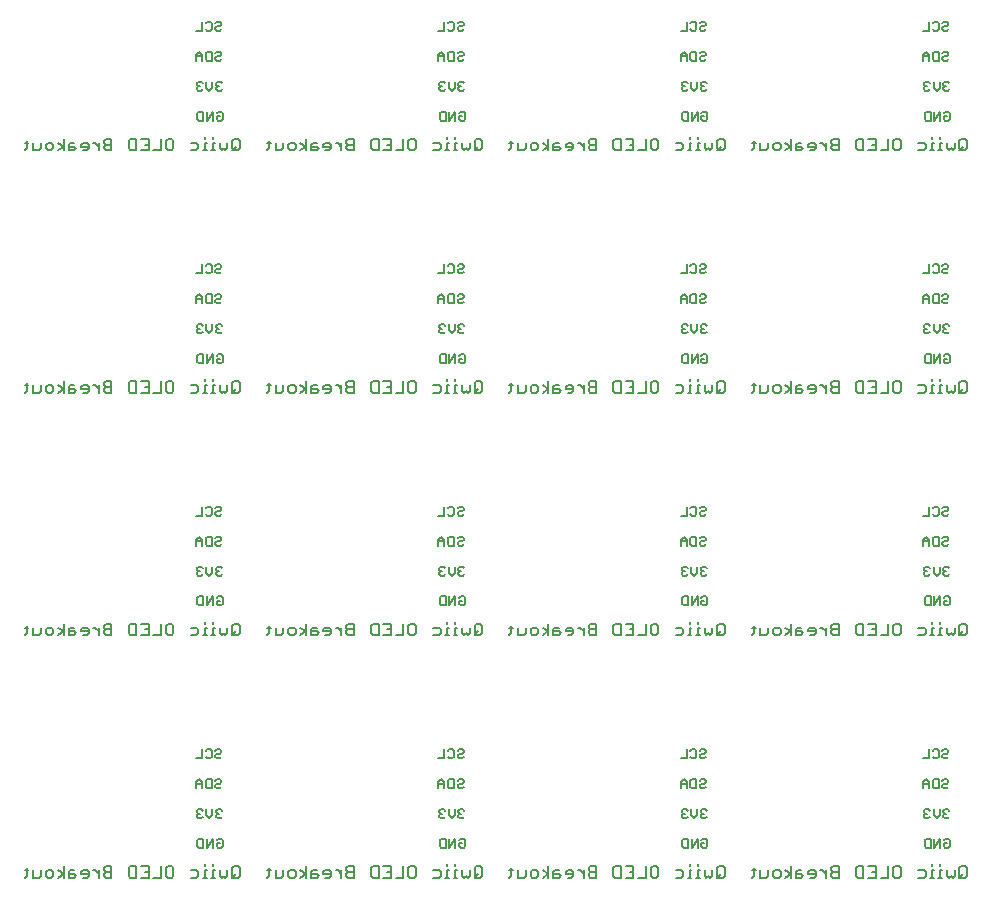
<source format=gbo>
G75*
%MOIN*%
%OFA0B0*%
%FSLAX25Y25*%
%IPPOS*%
%LPD*%
%AMOC8*
5,1,8,0,0,1.08239X$1,22.5*
%
%ADD10C,0.00700*%
%ADD11C,0.00500*%
D10*
X0005743Y0113987D02*
X0006377Y0114620D01*
X0006377Y0117156D01*
X0007011Y0116522D02*
X0005743Y0116522D01*
X0008619Y0116522D02*
X0008619Y0113987D01*
X0010521Y0113987D01*
X0011155Y0114620D01*
X0011155Y0116522D01*
X0012763Y0115888D02*
X0013397Y0116522D01*
X0014664Y0116522D01*
X0015298Y0115888D01*
X0015298Y0114620D01*
X0014664Y0113987D01*
X0013397Y0113987D01*
X0012763Y0114620D01*
X0012763Y0115888D01*
X0016850Y0116522D02*
X0018751Y0115254D01*
X0016850Y0113987D01*
X0018751Y0113987D02*
X0018751Y0117790D01*
X0020359Y0115888D02*
X0020359Y0113987D01*
X0022261Y0113987D01*
X0022895Y0114620D01*
X0022261Y0115254D01*
X0020359Y0115254D01*
X0020359Y0115888D02*
X0020993Y0116522D01*
X0022261Y0116522D01*
X0024503Y0115888D02*
X0024503Y0115254D01*
X0027038Y0115254D01*
X0027038Y0114620D02*
X0027038Y0115888D01*
X0026404Y0116522D01*
X0025137Y0116522D01*
X0024503Y0115888D01*
X0025137Y0113987D02*
X0026404Y0113987D01*
X0027038Y0114620D01*
X0028590Y0116522D02*
X0029223Y0116522D01*
X0030491Y0115254D01*
X0030491Y0113987D02*
X0030491Y0116522D01*
X0032099Y0116522D02*
X0032733Y0115888D01*
X0034635Y0115888D01*
X0034635Y0113987D02*
X0032733Y0113987D01*
X0032099Y0114620D01*
X0032099Y0115254D01*
X0032733Y0115888D01*
X0032099Y0116522D02*
X0032099Y0117156D01*
X0032733Y0117790D01*
X0034635Y0117790D01*
X0034635Y0113987D01*
X0040386Y0114620D02*
X0040386Y0117156D01*
X0041020Y0117790D01*
X0042922Y0117790D01*
X0042922Y0113987D01*
X0041020Y0113987D01*
X0040386Y0114620D01*
X0044530Y0113987D02*
X0047065Y0113987D01*
X0047065Y0117790D01*
X0044530Y0117790D01*
X0045798Y0115888D02*
X0047065Y0115888D01*
X0048673Y0113987D02*
X0051209Y0113987D01*
X0051209Y0117790D01*
X0052817Y0117156D02*
X0053451Y0117790D01*
X0054719Y0117790D01*
X0055352Y0117156D01*
X0055352Y0114620D01*
X0054719Y0113987D01*
X0053451Y0113987D01*
X0052817Y0114620D01*
X0052817Y0117156D01*
X0061104Y0116522D02*
X0063006Y0116522D01*
X0063639Y0115888D01*
X0063639Y0114620D01*
X0063006Y0113987D01*
X0061104Y0113987D01*
X0065134Y0113987D02*
X0066402Y0113987D01*
X0065768Y0113987D02*
X0065768Y0116522D01*
X0066402Y0116522D01*
X0065768Y0117790D02*
X0065768Y0118424D01*
X0068530Y0118424D02*
X0068530Y0117790D01*
X0068530Y0116522D02*
X0068530Y0113987D01*
X0069164Y0113987D02*
X0067896Y0113987D01*
X0068530Y0116522D02*
X0069164Y0116522D01*
X0070772Y0116522D02*
X0070772Y0114620D01*
X0071406Y0113987D01*
X0072040Y0114620D01*
X0072674Y0113987D01*
X0073308Y0114620D01*
X0073308Y0116522D01*
X0074916Y0117156D02*
X0074916Y0114620D01*
X0075550Y0113987D01*
X0076817Y0113987D01*
X0077451Y0114620D01*
X0077451Y0117156D01*
X0076817Y0117790D01*
X0075550Y0117790D01*
X0074916Y0117156D01*
X0076184Y0115254D02*
X0074916Y0113987D01*
X0086543Y0113987D02*
X0087177Y0114620D01*
X0087177Y0117156D01*
X0087811Y0116522D02*
X0086543Y0116522D01*
X0089419Y0116522D02*
X0089419Y0113987D01*
X0091321Y0113987D01*
X0091955Y0114620D01*
X0091955Y0116522D01*
X0093563Y0115888D02*
X0094197Y0116522D01*
X0095464Y0116522D01*
X0096098Y0115888D01*
X0096098Y0114620D01*
X0095464Y0113987D01*
X0094197Y0113987D01*
X0093563Y0114620D01*
X0093563Y0115888D01*
X0097650Y0116522D02*
X0099551Y0115254D01*
X0097650Y0113987D01*
X0099551Y0113987D02*
X0099551Y0117790D01*
X0101159Y0115888D02*
X0101159Y0113987D01*
X0103061Y0113987D01*
X0103695Y0114620D01*
X0103061Y0115254D01*
X0101159Y0115254D01*
X0101159Y0115888D02*
X0101793Y0116522D01*
X0103061Y0116522D01*
X0105303Y0115888D02*
X0105303Y0115254D01*
X0107838Y0115254D01*
X0107838Y0114620D02*
X0107838Y0115888D01*
X0107204Y0116522D01*
X0105937Y0116522D01*
X0105303Y0115888D01*
X0105937Y0113987D02*
X0107204Y0113987D01*
X0107838Y0114620D01*
X0109390Y0116522D02*
X0110023Y0116522D01*
X0111291Y0115254D01*
X0111291Y0113987D02*
X0111291Y0116522D01*
X0112899Y0116522D02*
X0113533Y0115888D01*
X0115435Y0115888D01*
X0115435Y0113987D02*
X0113533Y0113987D01*
X0112899Y0114620D01*
X0112899Y0115254D01*
X0113533Y0115888D01*
X0112899Y0116522D02*
X0112899Y0117156D01*
X0113533Y0117790D01*
X0115435Y0117790D01*
X0115435Y0113987D01*
X0121186Y0114620D02*
X0121186Y0117156D01*
X0121820Y0117790D01*
X0123722Y0117790D01*
X0123722Y0113987D01*
X0121820Y0113987D01*
X0121186Y0114620D01*
X0125330Y0113987D02*
X0127865Y0113987D01*
X0127865Y0117790D01*
X0125330Y0117790D01*
X0126598Y0115888D02*
X0127865Y0115888D01*
X0129473Y0113987D02*
X0132009Y0113987D01*
X0132009Y0117790D01*
X0133617Y0117156D02*
X0134251Y0117790D01*
X0135519Y0117790D01*
X0136152Y0117156D01*
X0136152Y0114620D01*
X0135519Y0113987D01*
X0134251Y0113987D01*
X0133617Y0114620D01*
X0133617Y0117156D01*
X0141904Y0116522D02*
X0143806Y0116522D01*
X0144439Y0115888D01*
X0144439Y0114620D01*
X0143806Y0113987D01*
X0141904Y0113987D01*
X0145934Y0113987D02*
X0147202Y0113987D01*
X0146568Y0113987D02*
X0146568Y0116522D01*
X0147202Y0116522D01*
X0146568Y0117790D02*
X0146568Y0118424D01*
X0149330Y0118424D02*
X0149330Y0117790D01*
X0149330Y0116522D02*
X0149330Y0113987D01*
X0149964Y0113987D02*
X0148696Y0113987D01*
X0149330Y0116522D02*
X0149964Y0116522D01*
X0151572Y0116522D02*
X0151572Y0114620D01*
X0152206Y0113987D01*
X0152840Y0114620D01*
X0153474Y0113987D01*
X0154108Y0114620D01*
X0154108Y0116522D01*
X0155716Y0117156D02*
X0155716Y0114620D01*
X0156350Y0113987D01*
X0157617Y0113987D01*
X0158251Y0114620D01*
X0158251Y0117156D01*
X0157617Y0117790D01*
X0156350Y0117790D01*
X0155716Y0117156D01*
X0156984Y0115254D02*
X0155716Y0113987D01*
X0167343Y0113987D02*
X0167977Y0114620D01*
X0167977Y0117156D01*
X0168611Y0116522D02*
X0167343Y0116522D01*
X0170219Y0116522D02*
X0170219Y0113987D01*
X0172121Y0113987D01*
X0172755Y0114620D01*
X0172755Y0116522D01*
X0174363Y0115888D02*
X0174997Y0116522D01*
X0176264Y0116522D01*
X0176898Y0115888D01*
X0176898Y0114620D01*
X0176264Y0113987D01*
X0174997Y0113987D01*
X0174363Y0114620D01*
X0174363Y0115888D01*
X0178450Y0116522D02*
X0180351Y0115254D01*
X0178450Y0113987D01*
X0180351Y0113987D02*
X0180351Y0117790D01*
X0181959Y0115888D02*
X0181959Y0113987D01*
X0183861Y0113987D01*
X0184495Y0114620D01*
X0183861Y0115254D01*
X0181959Y0115254D01*
X0181959Y0115888D02*
X0182593Y0116522D01*
X0183861Y0116522D01*
X0186103Y0115888D02*
X0186103Y0115254D01*
X0188638Y0115254D01*
X0188638Y0114620D02*
X0188638Y0115888D01*
X0188004Y0116522D01*
X0186737Y0116522D01*
X0186103Y0115888D01*
X0186737Y0113987D02*
X0188004Y0113987D01*
X0188638Y0114620D01*
X0190190Y0116522D02*
X0190823Y0116522D01*
X0192091Y0115254D01*
X0192091Y0113987D02*
X0192091Y0116522D01*
X0193699Y0116522D02*
X0194333Y0115888D01*
X0196235Y0115888D01*
X0196235Y0113987D02*
X0194333Y0113987D01*
X0193699Y0114620D01*
X0193699Y0115254D01*
X0194333Y0115888D01*
X0193699Y0116522D02*
X0193699Y0117156D01*
X0194333Y0117790D01*
X0196235Y0117790D01*
X0196235Y0113987D01*
X0201986Y0114620D02*
X0201986Y0117156D01*
X0202620Y0117790D01*
X0204522Y0117790D01*
X0204522Y0113987D01*
X0202620Y0113987D01*
X0201986Y0114620D01*
X0206130Y0113987D02*
X0208665Y0113987D01*
X0208665Y0117790D01*
X0206130Y0117790D01*
X0207398Y0115888D02*
X0208665Y0115888D01*
X0210273Y0113987D02*
X0212809Y0113987D01*
X0212809Y0117790D01*
X0214417Y0117156D02*
X0215051Y0117790D01*
X0216319Y0117790D01*
X0216952Y0117156D01*
X0216952Y0114620D01*
X0216319Y0113987D01*
X0215051Y0113987D01*
X0214417Y0114620D01*
X0214417Y0117156D01*
X0222704Y0116522D02*
X0224606Y0116522D01*
X0225239Y0115888D01*
X0225239Y0114620D01*
X0224606Y0113987D01*
X0222704Y0113987D01*
X0226734Y0113987D02*
X0228002Y0113987D01*
X0227368Y0113987D02*
X0227368Y0116522D01*
X0228002Y0116522D01*
X0227368Y0117790D02*
X0227368Y0118424D01*
X0230130Y0118424D02*
X0230130Y0117790D01*
X0230130Y0116522D02*
X0230130Y0113987D01*
X0230764Y0113987D02*
X0229496Y0113987D01*
X0230130Y0116522D02*
X0230764Y0116522D01*
X0232372Y0116522D02*
X0232372Y0114620D01*
X0233006Y0113987D01*
X0233640Y0114620D01*
X0234274Y0113987D01*
X0234908Y0114620D01*
X0234908Y0116522D01*
X0236516Y0117156D02*
X0237150Y0117790D01*
X0238417Y0117790D01*
X0239051Y0117156D01*
X0239051Y0114620D01*
X0238417Y0113987D01*
X0237150Y0113987D01*
X0236516Y0114620D01*
X0236516Y0117156D01*
X0237784Y0115254D02*
X0236516Y0113987D01*
X0248143Y0113987D02*
X0248777Y0114620D01*
X0248777Y0117156D01*
X0249411Y0116522D02*
X0248143Y0116522D01*
X0251019Y0116522D02*
X0251019Y0113987D01*
X0252921Y0113987D01*
X0253555Y0114620D01*
X0253555Y0116522D01*
X0255163Y0115888D02*
X0255797Y0116522D01*
X0257064Y0116522D01*
X0257698Y0115888D01*
X0257698Y0114620D01*
X0257064Y0113987D01*
X0255797Y0113987D01*
X0255163Y0114620D01*
X0255163Y0115888D01*
X0259250Y0116522D02*
X0261151Y0115254D01*
X0259250Y0113987D01*
X0261151Y0113987D02*
X0261151Y0117790D01*
X0262759Y0115888D02*
X0262759Y0113987D01*
X0264661Y0113987D01*
X0265295Y0114620D01*
X0264661Y0115254D01*
X0262759Y0115254D01*
X0262759Y0115888D02*
X0263393Y0116522D01*
X0264661Y0116522D01*
X0266903Y0115888D02*
X0266903Y0115254D01*
X0269438Y0115254D01*
X0269438Y0114620D02*
X0269438Y0115888D01*
X0268804Y0116522D01*
X0267537Y0116522D01*
X0266903Y0115888D01*
X0267537Y0113987D02*
X0268804Y0113987D01*
X0269438Y0114620D01*
X0270990Y0116522D02*
X0271623Y0116522D01*
X0272891Y0115254D01*
X0272891Y0113987D02*
X0272891Y0116522D01*
X0274499Y0116522D02*
X0275133Y0115888D01*
X0277035Y0115888D01*
X0277035Y0113987D02*
X0275133Y0113987D01*
X0274499Y0114620D01*
X0274499Y0115254D01*
X0275133Y0115888D01*
X0274499Y0116522D02*
X0274499Y0117156D01*
X0275133Y0117790D01*
X0277035Y0117790D01*
X0277035Y0113987D01*
X0282786Y0114620D02*
X0282786Y0117156D01*
X0283420Y0117790D01*
X0285322Y0117790D01*
X0285322Y0113987D01*
X0283420Y0113987D01*
X0282786Y0114620D01*
X0286930Y0113987D02*
X0289465Y0113987D01*
X0289465Y0117790D01*
X0286930Y0117790D01*
X0288198Y0115888D02*
X0289465Y0115888D01*
X0291073Y0113987D02*
X0293609Y0113987D01*
X0293609Y0117790D01*
X0295217Y0117156D02*
X0295851Y0117790D01*
X0297119Y0117790D01*
X0297752Y0117156D01*
X0297752Y0114620D01*
X0297119Y0113987D01*
X0295851Y0113987D01*
X0295217Y0114620D01*
X0295217Y0117156D01*
X0303504Y0116522D02*
X0305406Y0116522D01*
X0306039Y0115888D01*
X0306039Y0114620D01*
X0305406Y0113987D01*
X0303504Y0113987D01*
X0307534Y0113987D02*
X0308802Y0113987D01*
X0308168Y0113987D02*
X0308168Y0116522D01*
X0308802Y0116522D01*
X0308168Y0117790D02*
X0308168Y0118424D01*
X0310930Y0118424D02*
X0310930Y0117790D01*
X0310930Y0116522D02*
X0310930Y0113987D01*
X0311564Y0113987D02*
X0310296Y0113987D01*
X0310930Y0116522D02*
X0311564Y0116522D01*
X0313172Y0116522D02*
X0313172Y0114620D01*
X0313806Y0113987D01*
X0314440Y0114620D01*
X0315074Y0113987D01*
X0315708Y0114620D01*
X0315708Y0116522D01*
X0317316Y0117156D02*
X0317316Y0114620D01*
X0317950Y0113987D01*
X0319217Y0113987D01*
X0319851Y0114620D01*
X0319851Y0117156D01*
X0319217Y0117790D01*
X0317950Y0117790D01*
X0317316Y0117156D01*
X0318584Y0115254D02*
X0317316Y0113987D01*
X0317316Y0194787D02*
X0318584Y0196054D01*
X0319217Y0194787D02*
X0319851Y0195420D01*
X0319851Y0197956D01*
X0319217Y0198590D01*
X0317950Y0198590D01*
X0317316Y0197956D01*
X0317316Y0195420D01*
X0317950Y0194787D01*
X0319217Y0194787D01*
X0315708Y0195420D02*
X0315074Y0194787D01*
X0314440Y0195420D01*
X0313806Y0194787D01*
X0313172Y0195420D01*
X0313172Y0197322D01*
X0311564Y0197322D02*
X0310930Y0197322D01*
X0310930Y0194787D01*
X0311564Y0194787D02*
X0310296Y0194787D01*
X0308802Y0194787D02*
X0307534Y0194787D01*
X0308168Y0194787D02*
X0308168Y0197322D01*
X0308802Y0197322D01*
X0308168Y0198590D02*
X0308168Y0199224D01*
X0310930Y0199224D02*
X0310930Y0198590D01*
X0306039Y0196688D02*
X0306039Y0195420D01*
X0305406Y0194787D01*
X0303504Y0194787D01*
X0303504Y0197322D02*
X0305406Y0197322D01*
X0306039Y0196688D01*
X0297752Y0195420D02*
X0297119Y0194787D01*
X0295851Y0194787D01*
X0295217Y0195420D01*
X0295217Y0197956D01*
X0295851Y0198590D01*
X0297119Y0198590D01*
X0297752Y0197956D01*
X0297752Y0195420D01*
X0293609Y0194787D02*
X0293609Y0198590D01*
X0293609Y0194787D02*
X0291073Y0194787D01*
X0289465Y0194787D02*
X0286930Y0194787D01*
X0285322Y0194787D02*
X0283420Y0194787D01*
X0282786Y0195420D01*
X0282786Y0197956D01*
X0283420Y0198590D01*
X0285322Y0198590D01*
X0285322Y0194787D01*
X0288198Y0196688D02*
X0289465Y0196688D01*
X0289465Y0194787D02*
X0289465Y0198590D01*
X0286930Y0198590D01*
X0277035Y0198590D02*
X0277035Y0194787D01*
X0275133Y0194787D01*
X0274499Y0195420D01*
X0274499Y0196054D01*
X0275133Y0196688D01*
X0277035Y0196688D01*
X0277035Y0198590D02*
X0275133Y0198590D01*
X0274499Y0197956D01*
X0274499Y0197322D01*
X0275133Y0196688D01*
X0272891Y0196054D02*
X0271623Y0197322D01*
X0270990Y0197322D01*
X0269438Y0196688D02*
X0268804Y0197322D01*
X0267537Y0197322D01*
X0266903Y0196688D01*
X0266903Y0196054D01*
X0269438Y0196054D01*
X0269438Y0195420D02*
X0269438Y0196688D01*
X0269438Y0195420D02*
X0268804Y0194787D01*
X0267537Y0194787D01*
X0265295Y0195420D02*
X0264661Y0196054D01*
X0262759Y0196054D01*
X0262759Y0196688D02*
X0262759Y0194787D01*
X0264661Y0194787D01*
X0265295Y0195420D01*
X0264661Y0197322D02*
X0263393Y0197322D01*
X0262759Y0196688D01*
X0261151Y0196054D02*
X0259250Y0197322D01*
X0257698Y0196688D02*
X0257698Y0195420D01*
X0257064Y0194787D01*
X0255797Y0194787D01*
X0255163Y0195420D01*
X0255163Y0196688D01*
X0255797Y0197322D01*
X0257064Y0197322D01*
X0257698Y0196688D01*
X0259250Y0194787D02*
X0261151Y0196054D01*
X0261151Y0194787D02*
X0261151Y0198590D01*
X0253555Y0197322D02*
X0253555Y0195420D01*
X0252921Y0194787D01*
X0251019Y0194787D01*
X0251019Y0197322D01*
X0249411Y0197322D02*
X0248143Y0197322D01*
X0248777Y0197956D02*
X0248777Y0195420D01*
X0248143Y0194787D01*
X0239051Y0195420D02*
X0238417Y0194787D01*
X0237150Y0194787D01*
X0236516Y0195420D01*
X0236516Y0197956D01*
X0237150Y0198590D01*
X0238417Y0198590D01*
X0239051Y0197956D01*
X0239051Y0195420D01*
X0237784Y0196054D02*
X0236516Y0194787D01*
X0234908Y0195420D02*
X0234274Y0194787D01*
X0233640Y0195420D01*
X0233006Y0194787D01*
X0232372Y0195420D01*
X0232372Y0197322D01*
X0230764Y0197322D02*
X0230130Y0197322D01*
X0230130Y0194787D01*
X0230764Y0194787D02*
X0229496Y0194787D01*
X0228002Y0194787D02*
X0226734Y0194787D01*
X0227368Y0194787D02*
X0227368Y0197322D01*
X0228002Y0197322D01*
X0227368Y0198590D02*
X0227368Y0199224D01*
X0230130Y0199224D02*
X0230130Y0198590D01*
X0234908Y0197322D02*
X0234908Y0195420D01*
X0225239Y0195420D02*
X0224606Y0194787D01*
X0222704Y0194787D01*
X0222704Y0197322D02*
X0224606Y0197322D01*
X0225239Y0196688D01*
X0225239Y0195420D01*
X0216952Y0195420D02*
X0216319Y0194787D01*
X0215051Y0194787D01*
X0214417Y0195420D01*
X0214417Y0197956D01*
X0215051Y0198590D01*
X0216319Y0198590D01*
X0216952Y0197956D01*
X0216952Y0195420D01*
X0212809Y0194787D02*
X0210273Y0194787D01*
X0208665Y0194787D02*
X0208665Y0198590D01*
X0206130Y0198590D01*
X0204522Y0198590D02*
X0202620Y0198590D01*
X0201986Y0197956D01*
X0201986Y0195420D01*
X0202620Y0194787D01*
X0204522Y0194787D01*
X0204522Y0198590D01*
X0207398Y0196688D02*
X0208665Y0196688D01*
X0208665Y0194787D02*
X0206130Y0194787D01*
X0212809Y0194787D02*
X0212809Y0198590D01*
X0196235Y0198590D02*
X0196235Y0194787D01*
X0194333Y0194787D01*
X0193699Y0195420D01*
X0193699Y0196054D01*
X0194333Y0196688D01*
X0196235Y0196688D01*
X0196235Y0198590D02*
X0194333Y0198590D01*
X0193699Y0197956D01*
X0193699Y0197322D01*
X0194333Y0196688D01*
X0192091Y0196054D02*
X0190823Y0197322D01*
X0190190Y0197322D01*
X0188638Y0196688D02*
X0188004Y0197322D01*
X0186737Y0197322D01*
X0186103Y0196688D01*
X0186103Y0196054D01*
X0188638Y0196054D01*
X0188638Y0195420D02*
X0188638Y0196688D01*
X0188638Y0195420D02*
X0188004Y0194787D01*
X0186737Y0194787D01*
X0184495Y0195420D02*
X0183861Y0196054D01*
X0181959Y0196054D01*
X0181959Y0196688D02*
X0181959Y0194787D01*
X0183861Y0194787D01*
X0184495Y0195420D01*
X0183861Y0197322D02*
X0182593Y0197322D01*
X0181959Y0196688D01*
X0180351Y0196054D02*
X0178450Y0197322D01*
X0176898Y0196688D02*
X0176898Y0195420D01*
X0176264Y0194787D01*
X0174997Y0194787D01*
X0174363Y0195420D01*
X0174363Y0196688D01*
X0174997Y0197322D01*
X0176264Y0197322D01*
X0176898Y0196688D01*
X0178450Y0194787D02*
X0180351Y0196054D01*
X0180351Y0194787D02*
X0180351Y0198590D01*
X0172755Y0197322D02*
X0172755Y0195420D01*
X0172121Y0194787D01*
X0170219Y0194787D01*
X0170219Y0197322D01*
X0168611Y0197322D02*
X0167343Y0197322D01*
X0167977Y0197956D02*
X0167977Y0195420D01*
X0167343Y0194787D01*
X0158251Y0195420D02*
X0157617Y0194787D01*
X0156350Y0194787D01*
X0155716Y0195420D01*
X0155716Y0197956D01*
X0156350Y0198590D01*
X0157617Y0198590D01*
X0158251Y0197956D01*
X0158251Y0195420D01*
X0156984Y0196054D02*
X0155716Y0194787D01*
X0154108Y0195420D02*
X0153474Y0194787D01*
X0152840Y0195420D01*
X0152206Y0194787D01*
X0151572Y0195420D01*
X0151572Y0197322D01*
X0149964Y0197322D02*
X0149330Y0197322D01*
X0149330Y0194787D01*
X0149964Y0194787D02*
X0148696Y0194787D01*
X0147202Y0194787D02*
X0145934Y0194787D01*
X0146568Y0194787D02*
X0146568Y0197322D01*
X0147202Y0197322D01*
X0146568Y0198590D02*
X0146568Y0199224D01*
X0149330Y0199224D02*
X0149330Y0198590D01*
X0144439Y0196688D02*
X0144439Y0195420D01*
X0143806Y0194787D01*
X0141904Y0194787D01*
X0141904Y0197322D02*
X0143806Y0197322D01*
X0144439Y0196688D01*
X0136152Y0195420D02*
X0135519Y0194787D01*
X0134251Y0194787D01*
X0133617Y0195420D01*
X0133617Y0197956D01*
X0134251Y0198590D01*
X0135519Y0198590D01*
X0136152Y0197956D01*
X0136152Y0195420D01*
X0132009Y0194787D02*
X0132009Y0198590D01*
X0132009Y0194787D02*
X0129473Y0194787D01*
X0127865Y0194787D02*
X0125330Y0194787D01*
X0123722Y0194787D02*
X0123722Y0198590D01*
X0121820Y0198590D01*
X0121186Y0197956D01*
X0121186Y0195420D01*
X0121820Y0194787D01*
X0123722Y0194787D01*
X0126598Y0196688D02*
X0127865Y0196688D01*
X0127865Y0194787D02*
X0127865Y0198590D01*
X0125330Y0198590D01*
X0115435Y0198590D02*
X0115435Y0194787D01*
X0113533Y0194787D01*
X0112899Y0195420D01*
X0112899Y0196054D01*
X0113533Y0196688D01*
X0115435Y0196688D01*
X0115435Y0198590D02*
X0113533Y0198590D01*
X0112899Y0197956D01*
X0112899Y0197322D01*
X0113533Y0196688D01*
X0111291Y0196054D02*
X0110023Y0197322D01*
X0109390Y0197322D01*
X0107838Y0196688D02*
X0107204Y0197322D01*
X0105937Y0197322D01*
X0105303Y0196688D01*
X0105303Y0196054D01*
X0107838Y0196054D01*
X0107838Y0195420D02*
X0107838Y0196688D01*
X0107838Y0195420D02*
X0107204Y0194787D01*
X0105937Y0194787D01*
X0103695Y0195420D02*
X0103061Y0196054D01*
X0101159Y0196054D01*
X0101159Y0196688D02*
X0101159Y0194787D01*
X0103061Y0194787D01*
X0103695Y0195420D01*
X0103061Y0197322D02*
X0101793Y0197322D01*
X0101159Y0196688D01*
X0099551Y0196054D02*
X0097650Y0197322D01*
X0096098Y0196688D02*
X0096098Y0195420D01*
X0095464Y0194787D01*
X0094197Y0194787D01*
X0093563Y0195420D01*
X0093563Y0196688D01*
X0094197Y0197322D01*
X0095464Y0197322D01*
X0096098Y0196688D01*
X0097650Y0194787D02*
X0099551Y0196054D01*
X0099551Y0194787D02*
X0099551Y0198590D01*
X0091955Y0197322D02*
X0091955Y0195420D01*
X0091321Y0194787D01*
X0089419Y0194787D01*
X0089419Y0197322D01*
X0087811Y0197322D02*
X0086543Y0197322D01*
X0087177Y0197956D02*
X0087177Y0195420D01*
X0086543Y0194787D01*
X0077451Y0195420D02*
X0076817Y0194787D01*
X0075550Y0194787D01*
X0074916Y0195420D01*
X0074916Y0197956D01*
X0075550Y0198590D01*
X0076817Y0198590D01*
X0077451Y0197956D01*
X0077451Y0195420D01*
X0076184Y0196054D02*
X0074916Y0194787D01*
X0073308Y0195420D02*
X0072674Y0194787D01*
X0072040Y0195420D01*
X0071406Y0194787D01*
X0070772Y0195420D01*
X0070772Y0197322D01*
X0069164Y0197322D02*
X0068530Y0197322D01*
X0068530Y0194787D01*
X0069164Y0194787D02*
X0067896Y0194787D01*
X0066402Y0194787D02*
X0065134Y0194787D01*
X0065768Y0194787D02*
X0065768Y0197322D01*
X0066402Y0197322D01*
X0065768Y0198590D02*
X0065768Y0199224D01*
X0068530Y0199224D02*
X0068530Y0198590D01*
X0063639Y0196688D02*
X0063639Y0195420D01*
X0063006Y0194787D01*
X0061104Y0194787D01*
X0061104Y0197322D02*
X0063006Y0197322D01*
X0063639Y0196688D01*
X0055352Y0195420D02*
X0054719Y0194787D01*
X0053451Y0194787D01*
X0052817Y0195420D01*
X0052817Y0197956D01*
X0053451Y0198590D01*
X0054719Y0198590D01*
X0055352Y0197956D01*
X0055352Y0195420D01*
X0051209Y0194787D02*
X0051209Y0198590D01*
X0051209Y0194787D02*
X0048673Y0194787D01*
X0047065Y0194787D02*
X0044530Y0194787D01*
X0042922Y0194787D02*
X0041020Y0194787D01*
X0040386Y0195420D01*
X0040386Y0197956D01*
X0041020Y0198590D01*
X0042922Y0198590D01*
X0042922Y0194787D01*
X0045798Y0196688D02*
X0047065Y0196688D01*
X0047065Y0194787D02*
X0047065Y0198590D01*
X0044530Y0198590D01*
X0034635Y0198590D02*
X0034635Y0194787D01*
X0032733Y0194787D01*
X0032099Y0195420D01*
X0032099Y0196054D01*
X0032733Y0196688D01*
X0034635Y0196688D01*
X0034635Y0198590D02*
X0032733Y0198590D01*
X0032099Y0197956D01*
X0032099Y0197322D01*
X0032733Y0196688D01*
X0030491Y0196054D02*
X0029223Y0197322D01*
X0028590Y0197322D01*
X0027038Y0196688D02*
X0026404Y0197322D01*
X0025137Y0197322D01*
X0024503Y0196688D01*
X0024503Y0196054D01*
X0027038Y0196054D01*
X0027038Y0195420D02*
X0027038Y0196688D01*
X0027038Y0195420D02*
X0026404Y0194787D01*
X0025137Y0194787D01*
X0022895Y0195420D02*
X0022261Y0196054D01*
X0020359Y0196054D01*
X0020359Y0196688D02*
X0020359Y0194787D01*
X0022261Y0194787D01*
X0022895Y0195420D01*
X0022261Y0197322D02*
X0020993Y0197322D01*
X0020359Y0196688D01*
X0018751Y0196054D02*
X0016850Y0197322D01*
X0015298Y0196688D02*
X0015298Y0195420D01*
X0014664Y0194787D01*
X0013397Y0194787D01*
X0012763Y0195420D01*
X0012763Y0196688D01*
X0013397Y0197322D01*
X0014664Y0197322D01*
X0015298Y0196688D01*
X0016850Y0194787D02*
X0018751Y0196054D01*
X0018751Y0194787D02*
X0018751Y0198590D01*
X0011155Y0197322D02*
X0011155Y0195420D01*
X0010521Y0194787D01*
X0008619Y0194787D01*
X0008619Y0197322D01*
X0007011Y0197322D02*
X0005743Y0197322D01*
X0006377Y0197956D02*
X0006377Y0195420D01*
X0005743Y0194787D01*
X0030491Y0194787D02*
X0030491Y0197322D01*
X0073308Y0197322D02*
X0073308Y0195420D01*
X0111291Y0194787D02*
X0111291Y0197322D01*
X0154108Y0197322D02*
X0154108Y0195420D01*
X0192091Y0194787D02*
X0192091Y0197322D01*
X0192091Y0275587D02*
X0192091Y0278122D01*
X0190823Y0278122D02*
X0190190Y0278122D01*
X0190823Y0278122D02*
X0192091Y0276854D01*
X0193699Y0276854D02*
X0193699Y0276220D01*
X0194333Y0275587D01*
X0196235Y0275587D01*
X0196235Y0279390D01*
X0194333Y0279390D01*
X0193699Y0278756D01*
X0193699Y0278122D01*
X0194333Y0277488D01*
X0196235Y0277488D01*
X0194333Y0277488D02*
X0193699Y0276854D01*
X0188638Y0276854D02*
X0186103Y0276854D01*
X0186103Y0277488D01*
X0186737Y0278122D01*
X0188004Y0278122D01*
X0188638Y0277488D01*
X0188638Y0276220D01*
X0188004Y0275587D01*
X0186737Y0275587D01*
X0184495Y0276220D02*
X0183861Y0276854D01*
X0181959Y0276854D01*
X0181959Y0277488D02*
X0181959Y0275587D01*
X0183861Y0275587D01*
X0184495Y0276220D01*
X0183861Y0278122D02*
X0182593Y0278122D01*
X0181959Y0277488D01*
X0180351Y0276854D02*
X0178450Y0278122D01*
X0176898Y0277488D02*
X0176898Y0276220D01*
X0176264Y0275587D01*
X0174997Y0275587D01*
X0174363Y0276220D01*
X0174363Y0277488D01*
X0174997Y0278122D01*
X0176264Y0278122D01*
X0176898Y0277488D01*
X0178450Y0275587D02*
X0180351Y0276854D01*
X0180351Y0275587D02*
X0180351Y0279390D01*
X0172755Y0278122D02*
X0172755Y0276220D01*
X0172121Y0275587D01*
X0170219Y0275587D01*
X0170219Y0278122D01*
X0168611Y0278122D02*
X0167343Y0278122D01*
X0167977Y0278756D02*
X0167977Y0276220D01*
X0167343Y0275587D01*
X0158251Y0276220D02*
X0157617Y0275587D01*
X0156350Y0275587D01*
X0155716Y0276220D01*
X0155716Y0278756D01*
X0156350Y0279390D01*
X0157617Y0279390D01*
X0158251Y0278756D01*
X0158251Y0276220D01*
X0156984Y0276854D02*
X0155716Y0275587D01*
X0154108Y0276220D02*
X0153474Y0275587D01*
X0152840Y0276220D01*
X0152206Y0275587D01*
X0151572Y0276220D01*
X0151572Y0278122D01*
X0149964Y0278122D02*
X0149330Y0278122D01*
X0149330Y0275587D01*
X0149964Y0275587D02*
X0148696Y0275587D01*
X0147202Y0275587D02*
X0145934Y0275587D01*
X0146568Y0275587D02*
X0146568Y0278122D01*
X0147202Y0278122D01*
X0146568Y0279390D02*
X0146568Y0280024D01*
X0149330Y0280024D02*
X0149330Y0279390D01*
X0144439Y0277488D02*
X0144439Y0276220D01*
X0143806Y0275587D01*
X0141904Y0275587D01*
X0141904Y0278122D02*
X0143806Y0278122D01*
X0144439Y0277488D01*
X0136152Y0276220D02*
X0135519Y0275587D01*
X0134251Y0275587D01*
X0133617Y0276220D01*
X0133617Y0278756D01*
X0134251Y0279390D01*
X0135519Y0279390D01*
X0136152Y0278756D01*
X0136152Y0276220D01*
X0132009Y0275587D02*
X0132009Y0279390D01*
X0132009Y0275587D02*
X0129473Y0275587D01*
X0127865Y0275587D02*
X0125330Y0275587D01*
X0123722Y0275587D02*
X0123722Y0279390D01*
X0121820Y0279390D01*
X0121186Y0278756D01*
X0121186Y0276220D01*
X0121820Y0275587D01*
X0123722Y0275587D01*
X0126598Y0277488D02*
X0127865Y0277488D01*
X0127865Y0275587D02*
X0127865Y0279390D01*
X0125330Y0279390D01*
X0115435Y0279390D02*
X0115435Y0275587D01*
X0113533Y0275587D01*
X0112899Y0276220D01*
X0112899Y0276854D01*
X0113533Y0277488D01*
X0115435Y0277488D01*
X0115435Y0279390D02*
X0113533Y0279390D01*
X0112899Y0278756D01*
X0112899Y0278122D01*
X0113533Y0277488D01*
X0111291Y0276854D02*
X0110023Y0278122D01*
X0109390Y0278122D01*
X0107838Y0277488D02*
X0107204Y0278122D01*
X0105937Y0278122D01*
X0105303Y0277488D01*
X0105303Y0276854D01*
X0107838Y0276854D01*
X0107838Y0276220D02*
X0107838Y0277488D01*
X0107838Y0276220D02*
X0107204Y0275587D01*
X0105937Y0275587D01*
X0103695Y0276220D02*
X0103061Y0276854D01*
X0101159Y0276854D01*
X0101159Y0277488D02*
X0101159Y0275587D01*
X0103061Y0275587D01*
X0103695Y0276220D01*
X0103061Y0278122D02*
X0101793Y0278122D01*
X0101159Y0277488D01*
X0099551Y0276854D02*
X0097650Y0278122D01*
X0096098Y0277488D02*
X0096098Y0276220D01*
X0095464Y0275587D01*
X0094197Y0275587D01*
X0093563Y0276220D01*
X0093563Y0277488D01*
X0094197Y0278122D01*
X0095464Y0278122D01*
X0096098Y0277488D01*
X0097650Y0275587D02*
X0099551Y0276854D01*
X0099551Y0275587D02*
X0099551Y0279390D01*
X0091955Y0278122D02*
X0091955Y0276220D01*
X0091321Y0275587D01*
X0089419Y0275587D01*
X0089419Y0278122D01*
X0087811Y0278122D02*
X0086543Y0278122D01*
X0087177Y0278756D02*
X0087177Y0276220D01*
X0086543Y0275587D01*
X0077451Y0276220D02*
X0076817Y0275587D01*
X0075550Y0275587D01*
X0074916Y0276220D01*
X0074916Y0278756D01*
X0075550Y0279390D01*
X0076817Y0279390D01*
X0077451Y0278756D01*
X0077451Y0276220D01*
X0076184Y0276854D02*
X0074916Y0275587D01*
X0073308Y0276220D02*
X0072674Y0275587D01*
X0072040Y0276220D01*
X0071406Y0275587D01*
X0070772Y0276220D01*
X0070772Y0278122D01*
X0069164Y0278122D02*
X0068530Y0278122D01*
X0068530Y0275587D01*
X0069164Y0275587D02*
X0067896Y0275587D01*
X0066402Y0275587D02*
X0065134Y0275587D01*
X0065768Y0275587D02*
X0065768Y0278122D01*
X0066402Y0278122D01*
X0065768Y0279390D02*
X0065768Y0280024D01*
X0068530Y0280024D02*
X0068530Y0279390D01*
X0063639Y0277488D02*
X0063639Y0276220D01*
X0063006Y0275587D01*
X0061104Y0275587D01*
X0061104Y0278122D02*
X0063006Y0278122D01*
X0063639Y0277488D01*
X0055352Y0276220D02*
X0054719Y0275587D01*
X0053451Y0275587D01*
X0052817Y0276220D01*
X0052817Y0278756D01*
X0053451Y0279390D01*
X0054719Y0279390D01*
X0055352Y0278756D01*
X0055352Y0276220D01*
X0051209Y0275587D02*
X0051209Y0279390D01*
X0051209Y0275587D02*
X0048673Y0275587D01*
X0047065Y0275587D02*
X0044530Y0275587D01*
X0042922Y0275587D02*
X0041020Y0275587D01*
X0040386Y0276220D01*
X0040386Y0278756D01*
X0041020Y0279390D01*
X0042922Y0279390D01*
X0042922Y0275587D01*
X0045798Y0277488D02*
X0047065Y0277488D01*
X0047065Y0275587D02*
X0047065Y0279390D01*
X0044530Y0279390D01*
X0034635Y0279390D02*
X0034635Y0275587D01*
X0032733Y0275587D01*
X0032099Y0276220D01*
X0032099Y0276854D01*
X0032733Y0277488D01*
X0034635Y0277488D01*
X0034635Y0279390D02*
X0032733Y0279390D01*
X0032099Y0278756D01*
X0032099Y0278122D01*
X0032733Y0277488D01*
X0030491Y0276854D02*
X0029223Y0278122D01*
X0028590Y0278122D01*
X0027038Y0277488D02*
X0026404Y0278122D01*
X0025137Y0278122D01*
X0024503Y0277488D01*
X0024503Y0276854D01*
X0027038Y0276854D01*
X0027038Y0276220D02*
X0027038Y0277488D01*
X0027038Y0276220D02*
X0026404Y0275587D01*
X0025137Y0275587D01*
X0022895Y0276220D02*
X0022261Y0276854D01*
X0020359Y0276854D01*
X0020359Y0277488D02*
X0020359Y0275587D01*
X0022261Y0275587D01*
X0022895Y0276220D01*
X0022261Y0278122D02*
X0020993Y0278122D01*
X0020359Y0277488D01*
X0018751Y0276854D02*
X0016850Y0278122D01*
X0015298Y0277488D02*
X0015298Y0276220D01*
X0014664Y0275587D01*
X0013397Y0275587D01*
X0012763Y0276220D01*
X0012763Y0277488D01*
X0013397Y0278122D01*
X0014664Y0278122D01*
X0015298Y0277488D01*
X0016850Y0275587D02*
X0018751Y0276854D01*
X0018751Y0275587D02*
X0018751Y0279390D01*
X0011155Y0278122D02*
X0011155Y0276220D01*
X0010521Y0275587D01*
X0008619Y0275587D01*
X0008619Y0278122D01*
X0007011Y0278122D02*
X0005743Y0278122D01*
X0006377Y0278756D02*
X0006377Y0276220D01*
X0005743Y0275587D01*
X0030491Y0275587D02*
X0030491Y0278122D01*
X0073308Y0278122D02*
X0073308Y0276220D01*
X0111291Y0275587D02*
X0111291Y0278122D01*
X0154108Y0278122D02*
X0154108Y0276220D01*
X0201986Y0276220D02*
X0201986Y0278756D01*
X0202620Y0279390D01*
X0204522Y0279390D01*
X0204522Y0275587D01*
X0202620Y0275587D01*
X0201986Y0276220D01*
X0206130Y0275587D02*
X0208665Y0275587D01*
X0208665Y0279390D01*
X0206130Y0279390D01*
X0207398Y0277488D02*
X0208665Y0277488D01*
X0210273Y0275587D02*
X0212809Y0275587D01*
X0212809Y0279390D01*
X0214417Y0278756D02*
X0215051Y0279390D01*
X0216319Y0279390D01*
X0216952Y0278756D01*
X0216952Y0276220D01*
X0216319Y0275587D01*
X0215051Y0275587D01*
X0214417Y0276220D01*
X0214417Y0278756D01*
X0222704Y0278122D02*
X0224606Y0278122D01*
X0225239Y0277488D01*
X0225239Y0276220D01*
X0224606Y0275587D01*
X0222704Y0275587D01*
X0226734Y0275587D02*
X0228002Y0275587D01*
X0227368Y0275587D02*
X0227368Y0278122D01*
X0228002Y0278122D01*
X0227368Y0279390D02*
X0227368Y0280024D01*
X0230130Y0280024D02*
X0230130Y0279390D01*
X0230130Y0278122D02*
X0230130Y0275587D01*
X0230764Y0275587D02*
X0229496Y0275587D01*
X0230130Y0278122D02*
X0230764Y0278122D01*
X0232372Y0278122D02*
X0232372Y0276220D01*
X0233006Y0275587D01*
X0233640Y0276220D01*
X0234274Y0275587D01*
X0234908Y0276220D01*
X0234908Y0278122D01*
X0236516Y0278756D02*
X0237150Y0279390D01*
X0238417Y0279390D01*
X0239051Y0278756D01*
X0239051Y0276220D01*
X0238417Y0275587D01*
X0237150Y0275587D01*
X0236516Y0276220D01*
X0236516Y0278756D01*
X0237784Y0276854D02*
X0236516Y0275587D01*
X0248143Y0275587D02*
X0248777Y0276220D01*
X0248777Y0278756D01*
X0249411Y0278122D02*
X0248143Y0278122D01*
X0251019Y0278122D02*
X0251019Y0275587D01*
X0252921Y0275587D01*
X0253555Y0276220D01*
X0253555Y0278122D01*
X0255163Y0277488D02*
X0255797Y0278122D01*
X0257064Y0278122D01*
X0257698Y0277488D01*
X0257698Y0276220D01*
X0257064Y0275587D01*
X0255797Y0275587D01*
X0255163Y0276220D01*
X0255163Y0277488D01*
X0259250Y0278122D02*
X0261151Y0276854D01*
X0259250Y0275587D01*
X0261151Y0275587D02*
X0261151Y0279390D01*
X0262759Y0277488D02*
X0262759Y0275587D01*
X0264661Y0275587D01*
X0265295Y0276220D01*
X0264661Y0276854D01*
X0262759Y0276854D01*
X0262759Y0277488D02*
X0263393Y0278122D01*
X0264661Y0278122D01*
X0266903Y0277488D02*
X0266903Y0276854D01*
X0269438Y0276854D01*
X0269438Y0276220D02*
X0269438Y0277488D01*
X0268804Y0278122D01*
X0267537Y0278122D01*
X0266903Y0277488D01*
X0267537Y0275587D02*
X0268804Y0275587D01*
X0269438Y0276220D01*
X0270990Y0278122D02*
X0271623Y0278122D01*
X0272891Y0276854D01*
X0272891Y0275587D02*
X0272891Y0278122D01*
X0274499Y0278122D02*
X0275133Y0277488D01*
X0277035Y0277488D01*
X0277035Y0275587D02*
X0275133Y0275587D01*
X0274499Y0276220D01*
X0274499Y0276854D01*
X0275133Y0277488D01*
X0274499Y0278122D02*
X0274499Y0278756D01*
X0275133Y0279390D01*
X0277035Y0279390D01*
X0277035Y0275587D01*
X0282786Y0276220D02*
X0282786Y0278756D01*
X0283420Y0279390D01*
X0285322Y0279390D01*
X0285322Y0275587D01*
X0283420Y0275587D01*
X0282786Y0276220D01*
X0286930Y0275587D02*
X0289465Y0275587D01*
X0289465Y0279390D01*
X0286930Y0279390D01*
X0288198Y0277488D02*
X0289465Y0277488D01*
X0291073Y0275587D02*
X0293609Y0275587D01*
X0293609Y0279390D01*
X0295217Y0278756D02*
X0295851Y0279390D01*
X0297119Y0279390D01*
X0297752Y0278756D01*
X0297752Y0276220D01*
X0297119Y0275587D01*
X0295851Y0275587D01*
X0295217Y0276220D01*
X0295217Y0278756D01*
X0303504Y0278122D02*
X0305406Y0278122D01*
X0306039Y0277488D01*
X0306039Y0276220D01*
X0305406Y0275587D01*
X0303504Y0275587D01*
X0307534Y0275587D02*
X0308802Y0275587D01*
X0308168Y0275587D02*
X0308168Y0278122D01*
X0308802Y0278122D01*
X0308168Y0279390D02*
X0308168Y0280024D01*
X0310930Y0280024D02*
X0310930Y0279390D01*
X0310930Y0278122D02*
X0310930Y0275587D01*
X0311564Y0275587D02*
X0310296Y0275587D01*
X0310930Y0278122D02*
X0311564Y0278122D01*
X0313172Y0278122D02*
X0313172Y0276220D01*
X0313806Y0275587D01*
X0314440Y0276220D01*
X0315074Y0275587D01*
X0315708Y0276220D01*
X0315708Y0278122D01*
X0317316Y0278756D02*
X0317316Y0276220D01*
X0317950Y0275587D01*
X0319217Y0275587D01*
X0319851Y0276220D01*
X0319851Y0278756D01*
X0319217Y0279390D01*
X0317950Y0279390D01*
X0317316Y0278756D01*
X0318584Y0276854D02*
X0317316Y0275587D01*
X0315708Y0197322D02*
X0315708Y0195420D01*
X0272891Y0194787D02*
X0272891Y0197322D01*
X0272891Y0356364D02*
X0272891Y0358899D01*
X0272891Y0357632D02*
X0271623Y0358899D01*
X0270990Y0358899D01*
X0269438Y0358265D02*
X0268804Y0358899D01*
X0267537Y0358899D01*
X0266903Y0358265D01*
X0266903Y0357632D01*
X0269438Y0357632D01*
X0269438Y0358265D02*
X0269438Y0356998D01*
X0268804Y0356364D01*
X0267537Y0356364D01*
X0265295Y0356998D02*
X0264661Y0357632D01*
X0262759Y0357632D01*
X0262759Y0358265D02*
X0262759Y0356364D01*
X0264661Y0356364D01*
X0265295Y0356998D01*
X0264661Y0358899D02*
X0263393Y0358899D01*
X0262759Y0358265D01*
X0261151Y0357632D02*
X0259250Y0358899D01*
X0257698Y0358265D02*
X0257698Y0356998D01*
X0257064Y0356364D01*
X0255797Y0356364D01*
X0255163Y0356998D01*
X0255163Y0358265D01*
X0255797Y0358899D01*
X0257064Y0358899D01*
X0257698Y0358265D01*
X0259250Y0356364D02*
X0261151Y0357632D01*
X0261151Y0356364D02*
X0261151Y0360167D01*
X0253555Y0358899D02*
X0253555Y0356998D01*
X0252921Y0356364D01*
X0251019Y0356364D01*
X0251019Y0358899D01*
X0249411Y0358899D02*
X0248143Y0358899D01*
X0248777Y0359533D02*
X0248777Y0356998D01*
X0248143Y0356364D01*
X0239051Y0356998D02*
X0238417Y0356364D01*
X0237150Y0356364D01*
X0236516Y0356998D01*
X0236516Y0359533D01*
X0237150Y0360167D01*
X0238417Y0360167D01*
X0239051Y0359533D01*
X0239051Y0356998D01*
X0237784Y0357632D02*
X0236516Y0356364D01*
X0234908Y0356998D02*
X0234274Y0356364D01*
X0233640Y0356998D01*
X0233006Y0356364D01*
X0232372Y0356998D01*
X0232372Y0358899D01*
X0230764Y0358899D02*
X0230130Y0358899D01*
X0230130Y0356364D01*
X0230764Y0356364D02*
X0229496Y0356364D01*
X0228002Y0356364D02*
X0226734Y0356364D01*
X0227368Y0356364D02*
X0227368Y0358899D01*
X0228002Y0358899D01*
X0227368Y0360167D02*
X0227368Y0360801D01*
X0230130Y0360801D02*
X0230130Y0360167D01*
X0234908Y0358899D02*
X0234908Y0356998D01*
X0225239Y0356998D02*
X0224606Y0356364D01*
X0222704Y0356364D01*
X0222704Y0358899D02*
X0224606Y0358899D01*
X0225239Y0358265D01*
X0225239Y0356998D01*
X0216952Y0356998D02*
X0216319Y0356364D01*
X0215051Y0356364D01*
X0214417Y0356998D01*
X0214417Y0359533D01*
X0215051Y0360167D01*
X0216319Y0360167D01*
X0216952Y0359533D01*
X0216952Y0356998D01*
X0212809Y0356364D02*
X0210273Y0356364D01*
X0208665Y0356364D02*
X0208665Y0360167D01*
X0206130Y0360167D01*
X0204522Y0360167D02*
X0202620Y0360167D01*
X0201986Y0359533D01*
X0201986Y0356998D01*
X0202620Y0356364D01*
X0204522Y0356364D01*
X0204522Y0360167D01*
X0207398Y0358265D02*
X0208665Y0358265D01*
X0208665Y0356364D02*
X0206130Y0356364D01*
X0212809Y0356364D02*
X0212809Y0360167D01*
X0196235Y0360167D02*
X0196235Y0356364D01*
X0194333Y0356364D01*
X0193699Y0356998D01*
X0193699Y0357632D01*
X0194333Y0358265D01*
X0196235Y0358265D01*
X0194333Y0358265D02*
X0193699Y0358899D01*
X0193699Y0359533D01*
X0194333Y0360167D01*
X0196235Y0360167D01*
X0192091Y0358899D02*
X0192091Y0356364D01*
X0192091Y0357632D02*
X0190823Y0358899D01*
X0190190Y0358899D01*
X0188638Y0358265D02*
X0188004Y0358899D01*
X0186737Y0358899D01*
X0186103Y0358265D01*
X0186103Y0357632D01*
X0188638Y0357632D01*
X0188638Y0358265D02*
X0188638Y0356998D01*
X0188004Y0356364D01*
X0186737Y0356364D01*
X0184495Y0356998D02*
X0183861Y0357632D01*
X0181959Y0357632D01*
X0181959Y0358265D02*
X0181959Y0356364D01*
X0183861Y0356364D01*
X0184495Y0356998D01*
X0183861Y0358899D02*
X0182593Y0358899D01*
X0181959Y0358265D01*
X0180351Y0357632D02*
X0178450Y0358899D01*
X0176898Y0358265D02*
X0176898Y0356998D01*
X0176264Y0356364D01*
X0174997Y0356364D01*
X0174363Y0356998D01*
X0174363Y0358265D01*
X0174997Y0358899D01*
X0176264Y0358899D01*
X0176898Y0358265D01*
X0178450Y0356364D02*
X0180351Y0357632D01*
X0180351Y0356364D02*
X0180351Y0360167D01*
X0172755Y0358899D02*
X0172755Y0356998D01*
X0172121Y0356364D01*
X0170219Y0356364D01*
X0170219Y0358899D01*
X0168611Y0358899D02*
X0167343Y0358899D01*
X0167977Y0359533D02*
X0167977Y0356998D01*
X0167343Y0356364D01*
X0158251Y0356998D02*
X0157617Y0356364D01*
X0156350Y0356364D01*
X0155716Y0356998D01*
X0155716Y0359533D01*
X0156350Y0360167D01*
X0157617Y0360167D01*
X0158251Y0359533D01*
X0158251Y0356998D01*
X0156984Y0357632D02*
X0155716Y0356364D01*
X0154108Y0356998D02*
X0153474Y0356364D01*
X0152840Y0356998D01*
X0152206Y0356364D01*
X0151572Y0356998D01*
X0151572Y0358899D01*
X0149964Y0358899D02*
X0149330Y0358899D01*
X0149330Y0356364D01*
X0149964Y0356364D02*
X0148696Y0356364D01*
X0147202Y0356364D02*
X0145934Y0356364D01*
X0146568Y0356364D02*
X0146568Y0358899D01*
X0147202Y0358899D01*
X0146568Y0360167D02*
X0146568Y0360801D01*
X0149330Y0360801D02*
X0149330Y0360167D01*
X0144439Y0358265D02*
X0144439Y0356998D01*
X0143806Y0356364D01*
X0141904Y0356364D01*
X0141904Y0358899D02*
X0143806Y0358899D01*
X0144439Y0358265D01*
X0136152Y0356998D02*
X0135519Y0356364D01*
X0134251Y0356364D01*
X0133617Y0356998D01*
X0133617Y0359533D01*
X0134251Y0360167D01*
X0135519Y0360167D01*
X0136152Y0359533D01*
X0136152Y0356998D01*
X0132009Y0356364D02*
X0132009Y0360167D01*
X0132009Y0356364D02*
X0129473Y0356364D01*
X0127865Y0356364D02*
X0125330Y0356364D01*
X0123722Y0356364D02*
X0123722Y0360167D01*
X0121820Y0360167D01*
X0121186Y0359533D01*
X0121186Y0356998D01*
X0121820Y0356364D01*
X0123722Y0356364D01*
X0126598Y0358265D02*
X0127865Y0358265D01*
X0127865Y0356364D02*
X0127865Y0360167D01*
X0125330Y0360167D01*
X0115435Y0360167D02*
X0115435Y0356364D01*
X0113533Y0356364D01*
X0112899Y0356998D01*
X0112899Y0357632D01*
X0113533Y0358265D01*
X0115435Y0358265D01*
X0113533Y0358265D02*
X0112899Y0358899D01*
X0112899Y0359533D01*
X0113533Y0360167D01*
X0115435Y0360167D01*
X0111291Y0358899D02*
X0111291Y0356364D01*
X0111291Y0357632D02*
X0110023Y0358899D01*
X0109390Y0358899D01*
X0107838Y0358265D02*
X0107204Y0358899D01*
X0105937Y0358899D01*
X0105303Y0358265D01*
X0105303Y0357632D01*
X0107838Y0357632D01*
X0107838Y0358265D02*
X0107838Y0356998D01*
X0107204Y0356364D01*
X0105937Y0356364D01*
X0103695Y0356998D02*
X0103061Y0357632D01*
X0101159Y0357632D01*
X0101159Y0358265D02*
X0101159Y0356364D01*
X0103061Y0356364D01*
X0103695Y0356998D01*
X0103061Y0358899D02*
X0101793Y0358899D01*
X0101159Y0358265D01*
X0099551Y0357632D02*
X0097650Y0358899D01*
X0096098Y0358265D02*
X0096098Y0356998D01*
X0095464Y0356364D01*
X0094197Y0356364D01*
X0093563Y0356998D01*
X0093563Y0358265D01*
X0094197Y0358899D01*
X0095464Y0358899D01*
X0096098Y0358265D01*
X0097650Y0356364D02*
X0099551Y0357632D01*
X0099551Y0356364D02*
X0099551Y0360167D01*
X0091955Y0358899D02*
X0091955Y0356998D01*
X0091321Y0356364D01*
X0089419Y0356364D01*
X0089419Y0358899D01*
X0087811Y0358899D02*
X0086543Y0358899D01*
X0087177Y0359533D02*
X0087177Y0356998D01*
X0086543Y0356364D01*
X0077451Y0356998D02*
X0076817Y0356364D01*
X0075550Y0356364D01*
X0074916Y0356998D01*
X0074916Y0359533D01*
X0075550Y0360167D01*
X0076817Y0360167D01*
X0077451Y0359533D01*
X0077451Y0356998D01*
X0076184Y0357632D02*
X0074916Y0356364D01*
X0073308Y0356998D02*
X0072674Y0356364D01*
X0072040Y0356998D01*
X0071406Y0356364D01*
X0070772Y0356998D01*
X0070772Y0358899D01*
X0069164Y0358899D02*
X0068530Y0358899D01*
X0068530Y0356364D01*
X0069164Y0356364D02*
X0067896Y0356364D01*
X0066402Y0356364D02*
X0065134Y0356364D01*
X0065768Y0356364D02*
X0065768Y0358899D01*
X0066402Y0358899D01*
X0065768Y0360167D02*
X0065768Y0360801D01*
X0068530Y0360801D02*
X0068530Y0360167D01*
X0063639Y0358265D02*
X0063639Y0356998D01*
X0063006Y0356364D01*
X0061104Y0356364D01*
X0061104Y0358899D02*
X0063006Y0358899D01*
X0063639Y0358265D01*
X0055352Y0356998D02*
X0054719Y0356364D01*
X0053451Y0356364D01*
X0052817Y0356998D01*
X0052817Y0359533D01*
X0053451Y0360167D01*
X0054719Y0360167D01*
X0055352Y0359533D01*
X0055352Y0356998D01*
X0051209Y0356364D02*
X0051209Y0360167D01*
X0051209Y0356364D02*
X0048673Y0356364D01*
X0047065Y0356364D02*
X0044530Y0356364D01*
X0042922Y0356364D02*
X0041020Y0356364D01*
X0040386Y0356998D01*
X0040386Y0359533D01*
X0041020Y0360167D01*
X0042922Y0360167D01*
X0042922Y0356364D01*
X0045798Y0358265D02*
X0047065Y0358265D01*
X0047065Y0356364D02*
X0047065Y0360167D01*
X0044530Y0360167D01*
X0034635Y0360167D02*
X0034635Y0356364D01*
X0032733Y0356364D01*
X0032099Y0356998D01*
X0032099Y0357632D01*
X0032733Y0358265D01*
X0034635Y0358265D01*
X0032733Y0358265D02*
X0032099Y0358899D01*
X0032099Y0359533D01*
X0032733Y0360167D01*
X0034635Y0360167D01*
X0030491Y0358899D02*
X0030491Y0356364D01*
X0030491Y0357632D02*
X0029223Y0358899D01*
X0028590Y0358899D01*
X0027038Y0358265D02*
X0026404Y0358899D01*
X0025137Y0358899D01*
X0024503Y0358265D01*
X0024503Y0357632D01*
X0027038Y0357632D01*
X0027038Y0358265D02*
X0027038Y0356998D01*
X0026404Y0356364D01*
X0025137Y0356364D01*
X0022895Y0356998D02*
X0022261Y0357632D01*
X0020359Y0357632D01*
X0020359Y0358265D02*
X0020359Y0356364D01*
X0022261Y0356364D01*
X0022895Y0356998D01*
X0022261Y0358899D02*
X0020993Y0358899D01*
X0020359Y0358265D01*
X0018751Y0357632D02*
X0016850Y0358899D01*
X0015298Y0358265D02*
X0015298Y0356998D01*
X0014664Y0356364D01*
X0013397Y0356364D01*
X0012763Y0356998D01*
X0012763Y0358265D01*
X0013397Y0358899D01*
X0014664Y0358899D01*
X0015298Y0358265D01*
X0016850Y0356364D02*
X0018751Y0357632D01*
X0018751Y0356364D02*
X0018751Y0360167D01*
X0011155Y0358899D02*
X0011155Y0356998D01*
X0010521Y0356364D01*
X0008619Y0356364D01*
X0008619Y0358899D01*
X0007011Y0358899D02*
X0005743Y0358899D01*
X0006377Y0359533D02*
X0006377Y0356998D01*
X0005743Y0356364D01*
X0073308Y0356998D02*
X0073308Y0358899D01*
X0154108Y0358899D02*
X0154108Y0356998D01*
X0274499Y0356998D02*
X0275133Y0356364D01*
X0277035Y0356364D01*
X0277035Y0360167D01*
X0275133Y0360167D01*
X0274499Y0359533D01*
X0274499Y0358899D01*
X0275133Y0358265D01*
X0277035Y0358265D01*
X0275133Y0358265D02*
X0274499Y0357632D01*
X0274499Y0356998D01*
X0282786Y0356998D02*
X0282786Y0359533D01*
X0283420Y0360167D01*
X0285322Y0360167D01*
X0285322Y0356364D01*
X0283420Y0356364D01*
X0282786Y0356998D01*
X0286930Y0356364D02*
X0289465Y0356364D01*
X0289465Y0360167D01*
X0286930Y0360167D01*
X0288198Y0358265D02*
X0289465Y0358265D01*
X0291073Y0356364D02*
X0293609Y0356364D01*
X0293609Y0360167D01*
X0295217Y0359533D02*
X0295851Y0360167D01*
X0297119Y0360167D01*
X0297752Y0359533D01*
X0297752Y0356998D01*
X0297119Y0356364D01*
X0295851Y0356364D01*
X0295217Y0356998D01*
X0295217Y0359533D01*
X0303504Y0358899D02*
X0305406Y0358899D01*
X0306039Y0358265D01*
X0306039Y0356998D01*
X0305406Y0356364D01*
X0303504Y0356364D01*
X0307534Y0356364D02*
X0308802Y0356364D01*
X0308168Y0356364D02*
X0308168Y0358899D01*
X0308802Y0358899D01*
X0308168Y0360167D02*
X0308168Y0360801D01*
X0310930Y0360801D02*
X0310930Y0360167D01*
X0310930Y0358899D02*
X0310930Y0356364D01*
X0311564Y0356364D02*
X0310296Y0356364D01*
X0310930Y0358899D02*
X0311564Y0358899D01*
X0313172Y0358899D02*
X0313172Y0356998D01*
X0313806Y0356364D01*
X0314440Y0356998D01*
X0315074Y0356364D01*
X0315708Y0356998D01*
X0315708Y0358899D01*
X0317316Y0359533D02*
X0317316Y0356998D01*
X0317950Y0356364D01*
X0319217Y0356364D01*
X0319851Y0356998D01*
X0319851Y0359533D01*
X0319217Y0360167D01*
X0317950Y0360167D01*
X0317316Y0359533D01*
X0318584Y0357632D02*
X0317316Y0356364D01*
D11*
X0313650Y0366264D02*
X0312649Y0366264D01*
X0312148Y0366764D01*
X0312148Y0367765D01*
X0313149Y0367765D01*
X0312148Y0368766D02*
X0312649Y0369266D01*
X0313650Y0369266D01*
X0314150Y0368766D01*
X0314150Y0366764D01*
X0313650Y0366264D01*
X0310927Y0366264D02*
X0310927Y0369266D01*
X0308926Y0366264D01*
X0308926Y0369266D01*
X0307705Y0369266D02*
X0307705Y0366264D01*
X0306203Y0366264D01*
X0305703Y0366764D01*
X0305703Y0368766D01*
X0306203Y0369266D01*
X0307705Y0369266D01*
X0307004Y0376164D02*
X0307505Y0376664D01*
X0307004Y0376164D02*
X0306003Y0376164D01*
X0305503Y0376664D01*
X0305503Y0377165D01*
X0306003Y0377665D01*
X0306504Y0377665D01*
X0306003Y0377665D02*
X0305503Y0378165D01*
X0305503Y0378666D01*
X0306003Y0379166D01*
X0307004Y0379166D01*
X0307505Y0378666D01*
X0308726Y0379166D02*
X0308726Y0377165D01*
X0309726Y0376164D01*
X0310727Y0377165D01*
X0310727Y0379166D01*
X0311948Y0378666D02*
X0311948Y0378165D01*
X0312449Y0377665D01*
X0311948Y0377165D01*
X0311948Y0376664D01*
X0312449Y0376164D01*
X0313450Y0376164D01*
X0313950Y0376664D01*
X0312949Y0377665D02*
X0312449Y0377665D01*
X0311948Y0378666D02*
X0312449Y0379166D01*
X0313450Y0379166D01*
X0313950Y0378666D01*
X0313150Y0386164D02*
X0313650Y0386664D01*
X0313150Y0386164D02*
X0312149Y0386164D01*
X0311648Y0386664D01*
X0311648Y0387165D01*
X0312149Y0387665D01*
X0313150Y0387665D01*
X0313650Y0388165D01*
X0313650Y0388666D01*
X0313150Y0389166D01*
X0312149Y0389166D01*
X0311648Y0388666D01*
X0310427Y0389166D02*
X0310427Y0386164D01*
X0308926Y0386164D01*
X0308426Y0386664D01*
X0308426Y0388666D01*
X0308926Y0389166D01*
X0310427Y0389166D01*
X0307205Y0388165D02*
X0307205Y0386164D01*
X0307205Y0387665D02*
X0305203Y0387665D01*
X0305203Y0388165D02*
X0305203Y0386164D01*
X0305203Y0388165D02*
X0306204Y0389166D01*
X0307205Y0388165D01*
X0307205Y0396164D02*
X0305203Y0396164D01*
X0307205Y0396164D02*
X0307205Y0399166D01*
X0308426Y0398666D02*
X0308926Y0399166D01*
X0309927Y0399166D01*
X0310427Y0398666D01*
X0310427Y0396664D01*
X0309927Y0396164D01*
X0308926Y0396164D01*
X0308426Y0396664D01*
X0311648Y0396664D02*
X0312149Y0396164D01*
X0313150Y0396164D01*
X0313650Y0396664D01*
X0313150Y0397665D02*
X0312149Y0397665D01*
X0311648Y0397165D01*
X0311648Y0396664D01*
X0313150Y0397665D02*
X0313650Y0398165D01*
X0313650Y0398666D01*
X0313150Y0399166D01*
X0312149Y0399166D01*
X0311648Y0398666D01*
X0312149Y0318389D02*
X0313150Y0318389D01*
X0313650Y0317889D01*
X0313650Y0317388D01*
X0313150Y0316888D01*
X0312149Y0316888D01*
X0311648Y0316387D01*
X0311648Y0315887D01*
X0312149Y0315387D01*
X0313150Y0315387D01*
X0313650Y0315887D01*
X0311648Y0317889D02*
X0312149Y0318389D01*
X0310427Y0317889D02*
X0310427Y0315887D01*
X0309927Y0315387D01*
X0308926Y0315387D01*
X0308426Y0315887D01*
X0307205Y0315387D02*
X0305203Y0315387D01*
X0307205Y0315387D02*
X0307205Y0318389D01*
X0308426Y0317889D02*
X0308926Y0318389D01*
X0309927Y0318389D01*
X0310427Y0317889D01*
X0310427Y0308389D02*
X0308926Y0308389D01*
X0308426Y0307889D01*
X0308426Y0305887D01*
X0308926Y0305387D01*
X0310427Y0305387D01*
X0310427Y0308389D01*
X0311648Y0307889D02*
X0312149Y0308389D01*
X0313150Y0308389D01*
X0313650Y0307889D01*
X0313650Y0307388D01*
X0313150Y0306888D01*
X0312149Y0306888D01*
X0311648Y0306387D01*
X0311648Y0305887D01*
X0312149Y0305387D01*
X0313150Y0305387D01*
X0313650Y0305887D01*
X0307205Y0305387D02*
X0307205Y0307388D01*
X0306204Y0308389D01*
X0305203Y0307388D01*
X0305203Y0305387D01*
X0305203Y0306888D02*
X0307205Y0306888D01*
X0307004Y0298389D02*
X0306003Y0298389D01*
X0305503Y0297889D01*
X0305503Y0297388D01*
X0306003Y0296888D01*
X0305503Y0296387D01*
X0305503Y0295887D01*
X0306003Y0295387D01*
X0307004Y0295387D01*
X0307505Y0295887D01*
X0308726Y0296387D02*
X0308726Y0298389D01*
X0307505Y0297889D02*
X0307004Y0298389D01*
X0306504Y0296888D02*
X0306003Y0296888D01*
X0308726Y0296387D02*
X0309726Y0295387D01*
X0310727Y0296387D01*
X0310727Y0298389D01*
X0311948Y0297889D02*
X0311948Y0297388D01*
X0312449Y0296888D01*
X0311948Y0296387D01*
X0311948Y0295887D01*
X0312449Y0295387D01*
X0313450Y0295387D01*
X0313950Y0295887D01*
X0312949Y0296888D02*
X0312449Y0296888D01*
X0311948Y0297889D02*
X0312449Y0298389D01*
X0313450Y0298389D01*
X0313950Y0297889D01*
X0313650Y0288489D02*
X0314150Y0287989D01*
X0314150Y0285987D01*
X0313650Y0285487D01*
X0312649Y0285487D01*
X0312148Y0285987D01*
X0312148Y0286988D01*
X0313149Y0286988D01*
X0312148Y0287989D02*
X0312649Y0288489D01*
X0313650Y0288489D01*
X0310927Y0288489D02*
X0308926Y0285487D01*
X0308926Y0288489D01*
X0307705Y0288489D02*
X0307705Y0285487D01*
X0306203Y0285487D01*
X0305703Y0285987D01*
X0305703Y0287989D01*
X0306203Y0288489D01*
X0307705Y0288489D01*
X0310927Y0288489D02*
X0310927Y0285487D01*
X0309927Y0237589D02*
X0310427Y0237089D01*
X0310427Y0235087D01*
X0309927Y0234587D01*
X0308926Y0234587D01*
X0308426Y0235087D01*
X0307205Y0234587D02*
X0305203Y0234587D01*
X0307205Y0234587D02*
X0307205Y0237589D01*
X0308426Y0237089D02*
X0308926Y0237589D01*
X0309927Y0237589D01*
X0311648Y0237089D02*
X0312149Y0237589D01*
X0313150Y0237589D01*
X0313650Y0237089D01*
X0313650Y0236588D01*
X0313150Y0236088D01*
X0312149Y0236088D01*
X0311648Y0235587D01*
X0311648Y0235087D01*
X0312149Y0234587D01*
X0313150Y0234587D01*
X0313650Y0235087D01*
X0313150Y0227589D02*
X0313650Y0227089D01*
X0313650Y0226588D01*
X0313150Y0226088D01*
X0312149Y0226088D01*
X0311648Y0225587D01*
X0311648Y0225087D01*
X0312149Y0224587D01*
X0313150Y0224587D01*
X0313650Y0225087D01*
X0313150Y0227589D02*
X0312149Y0227589D01*
X0311648Y0227089D01*
X0310427Y0227589D02*
X0310427Y0224587D01*
X0308926Y0224587D01*
X0308426Y0225087D01*
X0308426Y0227089D01*
X0308926Y0227589D01*
X0310427Y0227589D01*
X0307205Y0226588D02*
X0307205Y0224587D01*
X0307205Y0226088D02*
X0305203Y0226088D01*
X0305203Y0226588D02*
X0305203Y0224587D01*
X0305203Y0226588D02*
X0306204Y0227589D01*
X0307205Y0226588D01*
X0307004Y0217589D02*
X0306003Y0217589D01*
X0305503Y0217089D01*
X0305503Y0216588D01*
X0306003Y0216088D01*
X0305503Y0215587D01*
X0305503Y0215087D01*
X0306003Y0214587D01*
X0307004Y0214587D01*
X0307505Y0215087D01*
X0308726Y0215587D02*
X0308726Y0217589D01*
X0307505Y0217089D02*
X0307004Y0217589D01*
X0306504Y0216088D02*
X0306003Y0216088D01*
X0308726Y0215587D02*
X0309726Y0214587D01*
X0310727Y0215587D01*
X0310727Y0217589D01*
X0311948Y0217089D02*
X0311948Y0216588D01*
X0312449Y0216088D01*
X0311948Y0215587D01*
X0311948Y0215087D01*
X0312449Y0214587D01*
X0313450Y0214587D01*
X0313950Y0215087D01*
X0312949Y0216088D02*
X0312449Y0216088D01*
X0311948Y0217089D02*
X0312449Y0217589D01*
X0313450Y0217589D01*
X0313950Y0217089D01*
X0313650Y0207689D02*
X0314150Y0207189D01*
X0314150Y0205187D01*
X0313650Y0204687D01*
X0312649Y0204687D01*
X0312148Y0205187D01*
X0312148Y0206188D01*
X0313149Y0206188D01*
X0312148Y0207189D02*
X0312649Y0207689D01*
X0313650Y0207689D01*
X0310927Y0207689D02*
X0308926Y0204687D01*
X0308926Y0207689D01*
X0307705Y0207689D02*
X0307705Y0204687D01*
X0306203Y0204687D01*
X0305703Y0205187D01*
X0305703Y0207189D01*
X0306203Y0207689D01*
X0307705Y0207689D01*
X0310927Y0207689D02*
X0310927Y0204687D01*
X0309927Y0156789D02*
X0310427Y0156289D01*
X0310427Y0154287D01*
X0309927Y0153787D01*
X0308926Y0153787D01*
X0308426Y0154287D01*
X0307205Y0153787D02*
X0305203Y0153787D01*
X0307205Y0153787D02*
X0307205Y0156789D01*
X0308426Y0156289D02*
X0308926Y0156789D01*
X0309927Y0156789D01*
X0311648Y0156289D02*
X0312149Y0156789D01*
X0313150Y0156789D01*
X0313650Y0156289D01*
X0313650Y0155788D01*
X0313150Y0155288D01*
X0312149Y0155288D01*
X0311648Y0154787D01*
X0311648Y0154287D01*
X0312149Y0153787D01*
X0313150Y0153787D01*
X0313650Y0154287D01*
X0313150Y0146789D02*
X0313650Y0146289D01*
X0313650Y0145788D01*
X0313150Y0145288D01*
X0312149Y0145288D01*
X0311648Y0144787D01*
X0311648Y0144287D01*
X0312149Y0143787D01*
X0313150Y0143787D01*
X0313650Y0144287D01*
X0313150Y0146789D02*
X0312149Y0146789D01*
X0311648Y0146289D01*
X0310427Y0146789D02*
X0310427Y0143787D01*
X0308926Y0143787D01*
X0308426Y0144287D01*
X0308426Y0146289D01*
X0308926Y0146789D01*
X0310427Y0146789D01*
X0307205Y0145788D02*
X0307205Y0143787D01*
X0307205Y0145288D02*
X0305203Y0145288D01*
X0305203Y0145788D02*
X0305203Y0143787D01*
X0305203Y0145788D02*
X0306204Y0146789D01*
X0307205Y0145788D01*
X0307004Y0136789D02*
X0306003Y0136789D01*
X0305503Y0136289D01*
X0305503Y0135788D01*
X0306003Y0135288D01*
X0305503Y0134787D01*
X0305503Y0134287D01*
X0306003Y0133787D01*
X0307004Y0133787D01*
X0307505Y0134287D01*
X0308726Y0134787D02*
X0308726Y0136789D01*
X0307505Y0136289D02*
X0307004Y0136789D01*
X0306504Y0135288D02*
X0306003Y0135288D01*
X0308726Y0134787D02*
X0309726Y0133787D01*
X0310727Y0134787D01*
X0310727Y0136789D01*
X0311948Y0136289D02*
X0311948Y0135788D01*
X0312449Y0135288D01*
X0311948Y0134787D01*
X0311948Y0134287D01*
X0312449Y0133787D01*
X0313450Y0133787D01*
X0313950Y0134287D01*
X0312949Y0135288D02*
X0312449Y0135288D01*
X0311948Y0136289D02*
X0312449Y0136789D01*
X0313450Y0136789D01*
X0313950Y0136289D01*
X0313650Y0126889D02*
X0314150Y0126389D01*
X0314150Y0124387D01*
X0313650Y0123887D01*
X0312649Y0123887D01*
X0312148Y0124387D01*
X0312148Y0125388D01*
X0313149Y0125388D01*
X0312148Y0126389D02*
X0312649Y0126889D01*
X0313650Y0126889D01*
X0310927Y0126889D02*
X0308926Y0123887D01*
X0308926Y0126889D01*
X0307705Y0126889D02*
X0307705Y0123887D01*
X0306203Y0123887D01*
X0305703Y0124387D01*
X0305703Y0126389D01*
X0306203Y0126889D01*
X0307705Y0126889D01*
X0310927Y0126889D02*
X0310927Y0123887D01*
X0233350Y0124387D02*
X0232850Y0123887D01*
X0231849Y0123887D01*
X0231348Y0124387D01*
X0231348Y0125388D01*
X0232349Y0125388D01*
X0231348Y0126389D02*
X0231849Y0126889D01*
X0232850Y0126889D01*
X0233350Y0126389D01*
X0233350Y0124387D01*
X0230127Y0123887D02*
X0230127Y0126889D01*
X0228126Y0123887D01*
X0228126Y0126889D01*
X0226905Y0126889D02*
X0225403Y0126889D01*
X0224903Y0126389D01*
X0224903Y0124387D01*
X0225403Y0123887D01*
X0226905Y0123887D01*
X0226905Y0126889D01*
X0226204Y0133787D02*
X0225203Y0133787D01*
X0224703Y0134287D01*
X0224703Y0134787D01*
X0225203Y0135288D01*
X0225704Y0135288D01*
X0225203Y0135288D02*
X0224703Y0135788D01*
X0224703Y0136289D01*
X0225203Y0136789D01*
X0226204Y0136789D01*
X0226705Y0136289D01*
X0227926Y0136789D02*
X0227926Y0134787D01*
X0228926Y0133787D01*
X0229927Y0134787D01*
X0229927Y0136789D01*
X0231148Y0136289D02*
X0231148Y0135788D01*
X0231649Y0135288D01*
X0231148Y0134787D01*
X0231148Y0134287D01*
X0231649Y0133787D01*
X0232650Y0133787D01*
X0233150Y0134287D01*
X0232149Y0135288D02*
X0231649Y0135288D01*
X0231148Y0136289D02*
X0231649Y0136789D01*
X0232650Y0136789D01*
X0233150Y0136289D01*
X0226705Y0134287D02*
X0226204Y0133787D01*
X0226405Y0143787D02*
X0226405Y0145788D01*
X0225404Y0146789D01*
X0224403Y0145788D01*
X0224403Y0143787D01*
X0224403Y0145288D02*
X0226405Y0145288D01*
X0227626Y0144287D02*
X0227626Y0146289D01*
X0228126Y0146789D01*
X0229627Y0146789D01*
X0229627Y0143787D01*
X0228126Y0143787D01*
X0227626Y0144287D01*
X0230848Y0144287D02*
X0231349Y0143787D01*
X0232350Y0143787D01*
X0232850Y0144287D01*
X0232350Y0145288D02*
X0232850Y0145788D01*
X0232850Y0146289D01*
X0232350Y0146789D01*
X0231349Y0146789D01*
X0230848Y0146289D01*
X0231349Y0145288D02*
X0230848Y0144787D01*
X0230848Y0144287D01*
X0231349Y0145288D02*
X0232350Y0145288D01*
X0232350Y0153787D02*
X0232850Y0154287D01*
X0232350Y0153787D02*
X0231349Y0153787D01*
X0230848Y0154287D01*
X0230848Y0154787D01*
X0231349Y0155288D01*
X0232350Y0155288D01*
X0232850Y0155788D01*
X0232850Y0156289D01*
X0232350Y0156789D01*
X0231349Y0156789D01*
X0230848Y0156289D01*
X0229627Y0156289D02*
X0229627Y0154287D01*
X0229127Y0153787D01*
X0228126Y0153787D01*
X0227626Y0154287D01*
X0226405Y0153787D02*
X0224403Y0153787D01*
X0226405Y0153787D02*
X0226405Y0156789D01*
X0227626Y0156289D02*
X0228126Y0156789D01*
X0229127Y0156789D01*
X0229627Y0156289D01*
X0230127Y0204687D02*
X0230127Y0207689D01*
X0228126Y0204687D01*
X0228126Y0207689D01*
X0226905Y0207689D02*
X0225403Y0207689D01*
X0224903Y0207189D01*
X0224903Y0205187D01*
X0225403Y0204687D01*
X0226905Y0204687D01*
X0226905Y0207689D01*
X0231348Y0207189D02*
X0231849Y0207689D01*
X0232850Y0207689D01*
X0233350Y0207189D01*
X0233350Y0205187D01*
X0232850Y0204687D01*
X0231849Y0204687D01*
X0231348Y0205187D01*
X0231348Y0206188D01*
X0232349Y0206188D01*
X0232650Y0214587D02*
X0231649Y0214587D01*
X0231148Y0215087D01*
X0231148Y0215587D01*
X0231649Y0216088D01*
X0232149Y0216088D01*
X0231649Y0216088D02*
X0231148Y0216588D01*
X0231148Y0217089D01*
X0231649Y0217589D01*
X0232650Y0217589D01*
X0233150Y0217089D01*
X0233150Y0215087D02*
X0232650Y0214587D01*
X0229927Y0215587D02*
X0228926Y0214587D01*
X0227926Y0215587D01*
X0227926Y0217589D01*
X0226705Y0217089D02*
X0226204Y0217589D01*
X0225203Y0217589D01*
X0224703Y0217089D01*
X0224703Y0216588D01*
X0225203Y0216088D01*
X0224703Y0215587D01*
X0224703Y0215087D01*
X0225203Y0214587D01*
X0226204Y0214587D01*
X0226705Y0215087D01*
X0225704Y0216088D02*
X0225203Y0216088D01*
X0229927Y0215587D02*
X0229927Y0217589D01*
X0229627Y0224587D02*
X0228126Y0224587D01*
X0227626Y0225087D01*
X0227626Y0227089D01*
X0228126Y0227589D01*
X0229627Y0227589D01*
X0229627Y0224587D01*
X0230848Y0225087D02*
X0231349Y0224587D01*
X0232350Y0224587D01*
X0232850Y0225087D01*
X0232350Y0226088D02*
X0232850Y0226588D01*
X0232850Y0227089D01*
X0232350Y0227589D01*
X0231349Y0227589D01*
X0230848Y0227089D01*
X0231349Y0226088D02*
X0230848Y0225587D01*
X0230848Y0225087D01*
X0231349Y0226088D02*
X0232350Y0226088D01*
X0226405Y0226088D02*
X0224403Y0226088D01*
X0224403Y0226588D02*
X0224403Y0224587D01*
X0224403Y0226588D02*
X0225404Y0227589D01*
X0226405Y0226588D01*
X0226405Y0224587D01*
X0226405Y0234587D02*
X0224403Y0234587D01*
X0226405Y0234587D02*
X0226405Y0237589D01*
X0227626Y0237089D02*
X0228126Y0237589D01*
X0229127Y0237589D01*
X0229627Y0237089D01*
X0229627Y0235087D01*
X0229127Y0234587D01*
X0228126Y0234587D01*
X0227626Y0235087D01*
X0230848Y0235087D02*
X0231349Y0234587D01*
X0232350Y0234587D01*
X0232850Y0235087D01*
X0232350Y0236088D02*
X0232850Y0236588D01*
X0232850Y0237089D01*
X0232350Y0237589D01*
X0231349Y0237589D01*
X0230848Y0237089D01*
X0231349Y0236088D02*
X0230848Y0235587D01*
X0230848Y0235087D01*
X0231349Y0236088D02*
X0232350Y0236088D01*
X0232850Y0285487D02*
X0231849Y0285487D01*
X0231348Y0285987D01*
X0231348Y0286988D01*
X0232349Y0286988D01*
X0231348Y0287989D02*
X0231849Y0288489D01*
X0232850Y0288489D01*
X0233350Y0287989D01*
X0233350Y0285987D01*
X0232850Y0285487D01*
X0230127Y0285487D02*
X0230127Y0288489D01*
X0228126Y0285487D01*
X0228126Y0288489D01*
X0226905Y0288489D02*
X0225403Y0288489D01*
X0224903Y0287989D01*
X0224903Y0285987D01*
X0225403Y0285487D01*
X0226905Y0285487D01*
X0226905Y0288489D01*
X0226204Y0295387D02*
X0225203Y0295387D01*
X0224703Y0295887D01*
X0224703Y0296387D01*
X0225203Y0296888D01*
X0225704Y0296888D01*
X0225203Y0296888D02*
X0224703Y0297388D01*
X0224703Y0297889D01*
X0225203Y0298389D01*
X0226204Y0298389D01*
X0226705Y0297889D01*
X0227926Y0298389D02*
X0227926Y0296387D01*
X0228926Y0295387D01*
X0229927Y0296387D01*
X0229927Y0298389D01*
X0231148Y0297889D02*
X0231148Y0297388D01*
X0231649Y0296888D01*
X0231148Y0296387D01*
X0231148Y0295887D01*
X0231649Y0295387D01*
X0232650Y0295387D01*
X0233150Y0295887D01*
X0232149Y0296888D02*
X0231649Y0296888D01*
X0231148Y0297889D02*
X0231649Y0298389D01*
X0232650Y0298389D01*
X0233150Y0297889D01*
X0226705Y0295887D02*
X0226204Y0295387D01*
X0226405Y0305387D02*
X0226405Y0307388D01*
X0225404Y0308389D01*
X0224403Y0307388D01*
X0224403Y0305387D01*
X0224403Y0306888D02*
X0226405Y0306888D01*
X0227626Y0305887D02*
X0227626Y0307889D01*
X0228126Y0308389D01*
X0229627Y0308389D01*
X0229627Y0305387D01*
X0228126Y0305387D01*
X0227626Y0305887D01*
X0230848Y0305887D02*
X0231349Y0305387D01*
X0232350Y0305387D01*
X0232850Y0305887D01*
X0232350Y0306888D02*
X0232850Y0307388D01*
X0232850Y0307889D01*
X0232350Y0308389D01*
X0231349Y0308389D01*
X0230848Y0307889D01*
X0231349Y0306888D02*
X0230848Y0306387D01*
X0230848Y0305887D01*
X0231349Y0306888D02*
X0232350Y0306888D01*
X0232350Y0315387D02*
X0232850Y0315887D01*
X0232350Y0315387D02*
X0231349Y0315387D01*
X0230848Y0315887D01*
X0230848Y0316387D01*
X0231349Y0316888D01*
X0232350Y0316888D01*
X0232850Y0317388D01*
X0232850Y0317889D01*
X0232350Y0318389D01*
X0231349Y0318389D01*
X0230848Y0317889D01*
X0229627Y0317889D02*
X0229627Y0315887D01*
X0229127Y0315387D01*
X0228126Y0315387D01*
X0227626Y0315887D01*
X0226405Y0315387D02*
X0224403Y0315387D01*
X0226405Y0315387D02*
X0226405Y0318389D01*
X0227626Y0317889D02*
X0228126Y0318389D01*
X0229127Y0318389D01*
X0229627Y0317889D01*
X0230127Y0366264D02*
X0230127Y0369266D01*
X0228126Y0366264D01*
X0228126Y0369266D01*
X0226905Y0369266D02*
X0225403Y0369266D01*
X0224903Y0368766D01*
X0224903Y0366764D01*
X0225403Y0366264D01*
X0226905Y0366264D01*
X0226905Y0369266D01*
X0231348Y0368766D02*
X0231849Y0369266D01*
X0232850Y0369266D01*
X0233350Y0368766D01*
X0233350Y0366764D01*
X0232850Y0366264D01*
X0231849Y0366264D01*
X0231348Y0366764D01*
X0231348Y0367765D01*
X0232349Y0367765D01*
X0232650Y0376164D02*
X0231649Y0376164D01*
X0231148Y0376664D01*
X0231148Y0377165D01*
X0231649Y0377665D01*
X0232149Y0377665D01*
X0231649Y0377665D02*
X0231148Y0378165D01*
X0231148Y0378666D01*
X0231649Y0379166D01*
X0232650Y0379166D01*
X0233150Y0378666D01*
X0233150Y0376664D02*
X0232650Y0376164D01*
X0229927Y0377165D02*
X0228926Y0376164D01*
X0227926Y0377165D01*
X0227926Y0379166D01*
X0226705Y0378666D02*
X0226204Y0379166D01*
X0225203Y0379166D01*
X0224703Y0378666D01*
X0224703Y0378165D01*
X0225203Y0377665D01*
X0224703Y0377165D01*
X0224703Y0376664D01*
X0225203Y0376164D01*
X0226204Y0376164D01*
X0226705Y0376664D01*
X0225704Y0377665D02*
X0225203Y0377665D01*
X0229927Y0377165D02*
X0229927Y0379166D01*
X0229627Y0386164D02*
X0228126Y0386164D01*
X0227626Y0386664D01*
X0227626Y0388666D01*
X0228126Y0389166D01*
X0229627Y0389166D01*
X0229627Y0386164D01*
X0230848Y0386664D02*
X0231349Y0386164D01*
X0232350Y0386164D01*
X0232850Y0386664D01*
X0232350Y0387665D02*
X0232850Y0388165D01*
X0232850Y0388666D01*
X0232350Y0389166D01*
X0231349Y0389166D01*
X0230848Y0388666D01*
X0231349Y0387665D02*
X0230848Y0387165D01*
X0230848Y0386664D01*
X0231349Y0387665D02*
X0232350Y0387665D01*
X0226405Y0387665D02*
X0224403Y0387665D01*
X0224403Y0388165D02*
X0224403Y0386164D01*
X0224403Y0388165D02*
X0225404Y0389166D01*
X0226405Y0388165D01*
X0226405Y0386164D01*
X0226405Y0396164D02*
X0224403Y0396164D01*
X0226405Y0396164D02*
X0226405Y0399166D01*
X0227626Y0398666D02*
X0228126Y0399166D01*
X0229127Y0399166D01*
X0229627Y0398666D01*
X0229627Y0396664D01*
X0229127Y0396164D01*
X0228126Y0396164D01*
X0227626Y0396664D01*
X0230848Y0396664D02*
X0231349Y0396164D01*
X0232350Y0396164D01*
X0232850Y0396664D01*
X0232350Y0397665D02*
X0232850Y0398165D01*
X0232850Y0398666D01*
X0232350Y0399166D01*
X0231349Y0399166D01*
X0230848Y0398666D01*
X0231349Y0397665D02*
X0230848Y0397165D01*
X0230848Y0396664D01*
X0231349Y0397665D02*
X0232350Y0397665D01*
X0152050Y0398165D02*
X0151550Y0397665D01*
X0150549Y0397665D01*
X0150048Y0397165D01*
X0150048Y0396664D01*
X0150549Y0396164D01*
X0151550Y0396164D01*
X0152050Y0396664D01*
X0152050Y0398165D02*
X0152050Y0398666D01*
X0151550Y0399166D01*
X0150549Y0399166D01*
X0150048Y0398666D01*
X0148827Y0398666D02*
X0148827Y0396664D01*
X0148327Y0396164D01*
X0147326Y0396164D01*
X0146826Y0396664D01*
X0145605Y0396164D02*
X0143603Y0396164D01*
X0145605Y0396164D02*
X0145605Y0399166D01*
X0146826Y0398666D02*
X0147326Y0399166D01*
X0148327Y0399166D01*
X0148827Y0398666D01*
X0148827Y0389166D02*
X0147326Y0389166D01*
X0146826Y0388666D01*
X0146826Y0386664D01*
X0147326Y0386164D01*
X0148827Y0386164D01*
X0148827Y0389166D01*
X0150048Y0388666D02*
X0150549Y0389166D01*
X0151550Y0389166D01*
X0152050Y0388666D01*
X0152050Y0388165D01*
X0151550Y0387665D01*
X0150549Y0387665D01*
X0150048Y0387165D01*
X0150048Y0386664D01*
X0150549Y0386164D01*
X0151550Y0386164D01*
X0152050Y0386664D01*
X0145605Y0386164D02*
X0145605Y0388165D01*
X0144604Y0389166D01*
X0143603Y0388165D01*
X0143603Y0386164D01*
X0143603Y0387665D02*
X0145605Y0387665D01*
X0145404Y0379166D02*
X0144403Y0379166D01*
X0143903Y0378666D01*
X0143903Y0378165D01*
X0144403Y0377665D01*
X0143903Y0377165D01*
X0143903Y0376664D01*
X0144403Y0376164D01*
X0145404Y0376164D01*
X0145905Y0376664D01*
X0147126Y0377165D02*
X0147126Y0379166D01*
X0145905Y0378666D02*
X0145404Y0379166D01*
X0144904Y0377665D02*
X0144403Y0377665D01*
X0147126Y0377165D02*
X0148126Y0376164D01*
X0149127Y0377165D01*
X0149127Y0379166D01*
X0150348Y0378666D02*
X0150348Y0378165D01*
X0150849Y0377665D01*
X0150348Y0377165D01*
X0150348Y0376664D01*
X0150849Y0376164D01*
X0151850Y0376164D01*
X0152350Y0376664D01*
X0151349Y0377665D02*
X0150849Y0377665D01*
X0150348Y0378666D02*
X0150849Y0379166D01*
X0151850Y0379166D01*
X0152350Y0378666D01*
X0152050Y0369266D02*
X0152550Y0368766D01*
X0152550Y0366764D01*
X0152050Y0366264D01*
X0151049Y0366264D01*
X0150548Y0366764D01*
X0150548Y0367765D01*
X0151549Y0367765D01*
X0150548Y0368766D02*
X0151049Y0369266D01*
X0152050Y0369266D01*
X0149327Y0369266D02*
X0149327Y0366264D01*
X0147326Y0366264D02*
X0147326Y0369266D01*
X0146105Y0369266D02*
X0144603Y0369266D01*
X0144103Y0368766D01*
X0144103Y0366764D01*
X0144603Y0366264D01*
X0146105Y0366264D01*
X0146105Y0369266D01*
X0149327Y0369266D02*
X0147326Y0366264D01*
X0147326Y0318389D02*
X0148327Y0318389D01*
X0148827Y0317889D01*
X0148827Y0315887D01*
X0148327Y0315387D01*
X0147326Y0315387D01*
X0146826Y0315887D01*
X0145605Y0315387D02*
X0143603Y0315387D01*
X0145605Y0315387D02*
X0145605Y0318389D01*
X0146826Y0317889D02*
X0147326Y0318389D01*
X0150048Y0317889D02*
X0150549Y0318389D01*
X0151550Y0318389D01*
X0152050Y0317889D01*
X0152050Y0317388D01*
X0151550Y0316888D01*
X0150549Y0316888D01*
X0150048Y0316387D01*
X0150048Y0315887D01*
X0150549Y0315387D01*
X0151550Y0315387D01*
X0152050Y0315887D01*
X0151550Y0308389D02*
X0150549Y0308389D01*
X0150048Y0307889D01*
X0150549Y0306888D02*
X0150048Y0306387D01*
X0150048Y0305887D01*
X0150549Y0305387D01*
X0151550Y0305387D01*
X0152050Y0305887D01*
X0151550Y0306888D02*
X0150549Y0306888D01*
X0151550Y0306888D02*
X0152050Y0307388D01*
X0152050Y0307889D01*
X0151550Y0308389D01*
X0148827Y0308389D02*
X0148827Y0305387D01*
X0147326Y0305387D01*
X0146826Y0305887D01*
X0146826Y0307889D01*
X0147326Y0308389D01*
X0148827Y0308389D01*
X0145605Y0307388D02*
X0145605Y0305387D01*
X0145605Y0306888D02*
X0143603Y0306888D01*
X0143603Y0307388D02*
X0143603Y0305387D01*
X0143603Y0307388D02*
X0144604Y0308389D01*
X0145605Y0307388D01*
X0145404Y0298389D02*
X0144403Y0298389D01*
X0143903Y0297889D01*
X0143903Y0297388D01*
X0144403Y0296888D01*
X0143903Y0296387D01*
X0143903Y0295887D01*
X0144403Y0295387D01*
X0145404Y0295387D01*
X0145905Y0295887D01*
X0147126Y0296387D02*
X0147126Y0298389D01*
X0145905Y0297889D02*
X0145404Y0298389D01*
X0144904Y0296888D02*
X0144403Y0296888D01*
X0147126Y0296387D02*
X0148126Y0295387D01*
X0149127Y0296387D01*
X0149127Y0298389D01*
X0150348Y0297889D02*
X0150348Y0297388D01*
X0150849Y0296888D01*
X0150348Y0296387D01*
X0150348Y0295887D01*
X0150849Y0295387D01*
X0151850Y0295387D01*
X0152350Y0295887D01*
X0151349Y0296888D02*
X0150849Y0296888D01*
X0150348Y0297889D02*
X0150849Y0298389D01*
X0151850Y0298389D01*
X0152350Y0297889D01*
X0152050Y0288489D02*
X0152550Y0287989D01*
X0152550Y0285987D01*
X0152050Y0285487D01*
X0151049Y0285487D01*
X0150548Y0285987D01*
X0150548Y0286988D01*
X0151549Y0286988D01*
X0150548Y0287989D02*
X0151049Y0288489D01*
X0152050Y0288489D01*
X0149327Y0288489D02*
X0149327Y0285487D01*
X0147326Y0285487D02*
X0147326Y0288489D01*
X0146105Y0288489D02*
X0144603Y0288489D01*
X0144103Y0287989D01*
X0144103Y0285987D01*
X0144603Y0285487D01*
X0146105Y0285487D01*
X0146105Y0288489D01*
X0149327Y0288489D02*
X0147326Y0285487D01*
X0147326Y0237589D02*
X0148327Y0237589D01*
X0148827Y0237089D01*
X0148827Y0235087D01*
X0148327Y0234587D01*
X0147326Y0234587D01*
X0146826Y0235087D01*
X0145605Y0234587D02*
X0143603Y0234587D01*
X0145605Y0234587D02*
X0145605Y0237589D01*
X0146826Y0237089D02*
X0147326Y0237589D01*
X0150048Y0237089D02*
X0150549Y0237589D01*
X0151550Y0237589D01*
X0152050Y0237089D01*
X0152050Y0236588D01*
X0151550Y0236088D01*
X0150549Y0236088D01*
X0150048Y0235587D01*
X0150048Y0235087D01*
X0150549Y0234587D01*
X0151550Y0234587D01*
X0152050Y0235087D01*
X0151550Y0227589D02*
X0150549Y0227589D01*
X0150048Y0227089D01*
X0150549Y0226088D02*
X0150048Y0225587D01*
X0150048Y0225087D01*
X0150549Y0224587D01*
X0151550Y0224587D01*
X0152050Y0225087D01*
X0151550Y0226088D02*
X0150549Y0226088D01*
X0151550Y0226088D02*
X0152050Y0226588D01*
X0152050Y0227089D01*
X0151550Y0227589D01*
X0148827Y0227589D02*
X0148827Y0224587D01*
X0147326Y0224587D01*
X0146826Y0225087D01*
X0146826Y0227089D01*
X0147326Y0227589D01*
X0148827Y0227589D01*
X0145605Y0226588D02*
X0145605Y0224587D01*
X0145605Y0226088D02*
X0143603Y0226088D01*
X0143603Y0226588D02*
X0143603Y0224587D01*
X0143603Y0226588D02*
X0144604Y0227589D01*
X0145605Y0226588D01*
X0145404Y0217589D02*
X0144403Y0217589D01*
X0143903Y0217089D01*
X0143903Y0216588D01*
X0144403Y0216088D01*
X0143903Y0215587D01*
X0143903Y0215087D01*
X0144403Y0214587D01*
X0145404Y0214587D01*
X0145905Y0215087D01*
X0147126Y0215587D02*
X0147126Y0217589D01*
X0145905Y0217089D02*
X0145404Y0217589D01*
X0144904Y0216088D02*
X0144403Y0216088D01*
X0147126Y0215587D02*
X0148126Y0214587D01*
X0149127Y0215587D01*
X0149127Y0217589D01*
X0150348Y0217089D02*
X0150348Y0216588D01*
X0150849Y0216088D01*
X0150348Y0215587D01*
X0150348Y0215087D01*
X0150849Y0214587D01*
X0151850Y0214587D01*
X0152350Y0215087D01*
X0151349Y0216088D02*
X0150849Y0216088D01*
X0150348Y0217089D02*
X0150849Y0217589D01*
X0151850Y0217589D01*
X0152350Y0217089D01*
X0152050Y0207689D02*
X0152550Y0207189D01*
X0152550Y0205187D01*
X0152050Y0204687D01*
X0151049Y0204687D01*
X0150548Y0205187D01*
X0150548Y0206188D01*
X0151549Y0206188D01*
X0150548Y0207189D02*
X0151049Y0207689D01*
X0152050Y0207689D01*
X0149327Y0207689D02*
X0149327Y0204687D01*
X0147326Y0204687D02*
X0147326Y0207689D01*
X0146105Y0207689D02*
X0144603Y0207689D01*
X0144103Y0207189D01*
X0144103Y0205187D01*
X0144603Y0204687D01*
X0146105Y0204687D01*
X0146105Y0207689D01*
X0149327Y0207689D02*
X0147326Y0204687D01*
X0147326Y0156789D02*
X0148327Y0156789D01*
X0148827Y0156289D01*
X0148827Y0154287D01*
X0148327Y0153787D01*
X0147326Y0153787D01*
X0146826Y0154287D01*
X0145605Y0153787D02*
X0143603Y0153787D01*
X0145605Y0153787D02*
X0145605Y0156789D01*
X0146826Y0156289D02*
X0147326Y0156789D01*
X0150048Y0156289D02*
X0150549Y0156789D01*
X0151550Y0156789D01*
X0152050Y0156289D01*
X0152050Y0155788D01*
X0151550Y0155288D01*
X0150549Y0155288D01*
X0150048Y0154787D01*
X0150048Y0154287D01*
X0150549Y0153787D01*
X0151550Y0153787D01*
X0152050Y0154287D01*
X0151550Y0146789D02*
X0150549Y0146789D01*
X0150048Y0146289D01*
X0150549Y0145288D02*
X0150048Y0144787D01*
X0150048Y0144287D01*
X0150549Y0143787D01*
X0151550Y0143787D01*
X0152050Y0144287D01*
X0151550Y0145288D02*
X0150549Y0145288D01*
X0151550Y0145288D02*
X0152050Y0145788D01*
X0152050Y0146289D01*
X0151550Y0146789D01*
X0148827Y0146789D02*
X0148827Y0143787D01*
X0147326Y0143787D01*
X0146826Y0144287D01*
X0146826Y0146289D01*
X0147326Y0146789D01*
X0148827Y0146789D01*
X0145605Y0145788D02*
X0145605Y0143787D01*
X0145605Y0145288D02*
X0143603Y0145288D01*
X0143603Y0145788D02*
X0143603Y0143787D01*
X0143603Y0145788D02*
X0144604Y0146789D01*
X0145605Y0145788D01*
X0145404Y0136789D02*
X0144403Y0136789D01*
X0143903Y0136289D01*
X0143903Y0135788D01*
X0144403Y0135288D01*
X0143903Y0134787D01*
X0143903Y0134287D01*
X0144403Y0133787D01*
X0145404Y0133787D01*
X0145905Y0134287D01*
X0147126Y0134787D02*
X0147126Y0136789D01*
X0145905Y0136289D02*
X0145404Y0136789D01*
X0144904Y0135288D02*
X0144403Y0135288D01*
X0147126Y0134787D02*
X0148126Y0133787D01*
X0149127Y0134787D01*
X0149127Y0136789D01*
X0150348Y0136289D02*
X0150348Y0135788D01*
X0150849Y0135288D01*
X0150348Y0134787D01*
X0150348Y0134287D01*
X0150849Y0133787D01*
X0151850Y0133787D01*
X0152350Y0134287D01*
X0151349Y0135288D02*
X0150849Y0135288D01*
X0150348Y0136289D02*
X0150849Y0136789D01*
X0151850Y0136789D01*
X0152350Y0136289D01*
X0152050Y0126889D02*
X0152550Y0126389D01*
X0152550Y0124387D01*
X0152050Y0123887D01*
X0151049Y0123887D01*
X0150548Y0124387D01*
X0150548Y0125388D01*
X0151549Y0125388D01*
X0150548Y0126389D02*
X0151049Y0126889D01*
X0152050Y0126889D01*
X0149327Y0126889D02*
X0149327Y0123887D01*
X0147326Y0123887D02*
X0147326Y0126889D01*
X0146105Y0126889D02*
X0144603Y0126889D01*
X0144103Y0126389D01*
X0144103Y0124387D01*
X0144603Y0123887D01*
X0146105Y0123887D01*
X0146105Y0126889D01*
X0149327Y0126889D02*
X0147326Y0123887D01*
X0071750Y0124387D02*
X0071250Y0123887D01*
X0070249Y0123887D01*
X0069748Y0124387D01*
X0069748Y0125388D01*
X0070749Y0125388D01*
X0069748Y0126389D02*
X0070249Y0126889D01*
X0071250Y0126889D01*
X0071750Y0126389D01*
X0071750Y0124387D01*
X0068527Y0123887D02*
X0068527Y0126889D01*
X0066526Y0123887D01*
X0066526Y0126889D01*
X0065305Y0126889D02*
X0065305Y0123887D01*
X0063803Y0123887D01*
X0063303Y0124387D01*
X0063303Y0126389D01*
X0063803Y0126889D01*
X0065305Y0126889D01*
X0064604Y0133787D02*
X0065105Y0134287D01*
X0064604Y0133787D02*
X0063603Y0133787D01*
X0063103Y0134287D01*
X0063103Y0134787D01*
X0063603Y0135288D01*
X0064104Y0135288D01*
X0063603Y0135288D02*
X0063103Y0135788D01*
X0063103Y0136289D01*
X0063603Y0136789D01*
X0064604Y0136789D01*
X0065105Y0136289D01*
X0066326Y0136789D02*
X0066326Y0134787D01*
X0067326Y0133787D01*
X0068327Y0134787D01*
X0068327Y0136789D01*
X0069548Y0136289D02*
X0069548Y0135788D01*
X0070049Y0135288D01*
X0069548Y0134787D01*
X0069548Y0134287D01*
X0070049Y0133787D01*
X0071050Y0133787D01*
X0071550Y0134287D01*
X0070549Y0135288D02*
X0070049Y0135288D01*
X0069548Y0136289D02*
X0070049Y0136789D01*
X0071050Y0136789D01*
X0071550Y0136289D01*
X0070750Y0143787D02*
X0071250Y0144287D01*
X0070750Y0143787D02*
X0069749Y0143787D01*
X0069248Y0144287D01*
X0069248Y0144787D01*
X0069749Y0145288D01*
X0070750Y0145288D01*
X0071250Y0145788D01*
X0071250Y0146289D01*
X0070750Y0146789D01*
X0069749Y0146789D01*
X0069248Y0146289D01*
X0068027Y0146789D02*
X0068027Y0143787D01*
X0066526Y0143787D01*
X0066026Y0144287D01*
X0066026Y0146289D01*
X0066526Y0146789D01*
X0068027Y0146789D01*
X0064805Y0145788D02*
X0064805Y0143787D01*
X0064805Y0145288D02*
X0062803Y0145288D01*
X0062803Y0145788D02*
X0062803Y0143787D01*
X0062803Y0145788D02*
X0063804Y0146789D01*
X0064805Y0145788D01*
X0064805Y0153787D02*
X0062803Y0153787D01*
X0064805Y0153787D02*
X0064805Y0156789D01*
X0066026Y0156289D02*
X0066526Y0156789D01*
X0067527Y0156789D01*
X0068027Y0156289D01*
X0068027Y0154287D01*
X0067527Y0153787D01*
X0066526Y0153787D01*
X0066026Y0154287D01*
X0069248Y0154287D02*
X0069749Y0153787D01*
X0070750Y0153787D01*
X0071250Y0154287D01*
X0070750Y0155288D02*
X0069749Y0155288D01*
X0069248Y0154787D01*
X0069248Y0154287D01*
X0070750Y0155288D02*
X0071250Y0155788D01*
X0071250Y0156289D01*
X0070750Y0156789D01*
X0069749Y0156789D01*
X0069248Y0156289D01*
X0068527Y0204687D02*
X0068527Y0207689D01*
X0066526Y0204687D01*
X0066526Y0207689D01*
X0065305Y0207689D02*
X0065305Y0204687D01*
X0063803Y0204687D01*
X0063303Y0205187D01*
X0063303Y0207189D01*
X0063803Y0207689D01*
X0065305Y0207689D01*
X0069748Y0207189D02*
X0070249Y0207689D01*
X0071250Y0207689D01*
X0071750Y0207189D01*
X0071750Y0205187D01*
X0071250Y0204687D01*
X0070249Y0204687D01*
X0069748Y0205187D01*
X0069748Y0206188D01*
X0070749Y0206188D01*
X0071050Y0214587D02*
X0071550Y0215087D01*
X0071050Y0214587D02*
X0070049Y0214587D01*
X0069548Y0215087D01*
X0069548Y0215587D01*
X0070049Y0216088D01*
X0070549Y0216088D01*
X0070049Y0216088D02*
X0069548Y0216588D01*
X0069548Y0217089D01*
X0070049Y0217589D01*
X0071050Y0217589D01*
X0071550Y0217089D01*
X0068327Y0217589D02*
X0068327Y0215587D01*
X0067326Y0214587D01*
X0066326Y0215587D01*
X0066326Y0217589D01*
X0065105Y0217089D02*
X0064604Y0217589D01*
X0063603Y0217589D01*
X0063103Y0217089D01*
X0063103Y0216588D01*
X0063603Y0216088D01*
X0063103Y0215587D01*
X0063103Y0215087D01*
X0063603Y0214587D01*
X0064604Y0214587D01*
X0065105Y0215087D01*
X0064104Y0216088D02*
X0063603Y0216088D01*
X0062803Y0224587D02*
X0062803Y0226588D01*
X0063804Y0227589D01*
X0064805Y0226588D01*
X0064805Y0224587D01*
X0066026Y0225087D02*
X0066026Y0227089D01*
X0066526Y0227589D01*
X0068027Y0227589D01*
X0068027Y0224587D01*
X0066526Y0224587D01*
X0066026Y0225087D01*
X0064805Y0226088D02*
X0062803Y0226088D01*
X0069248Y0225587D02*
X0069248Y0225087D01*
X0069749Y0224587D01*
X0070750Y0224587D01*
X0071250Y0225087D01*
X0070750Y0226088D02*
X0069749Y0226088D01*
X0069248Y0225587D01*
X0069248Y0227089D02*
X0069749Y0227589D01*
X0070750Y0227589D01*
X0071250Y0227089D01*
X0071250Y0226588D01*
X0070750Y0226088D01*
X0070750Y0234587D02*
X0071250Y0235087D01*
X0070750Y0234587D02*
X0069749Y0234587D01*
X0069248Y0235087D01*
X0069248Y0235587D01*
X0069749Y0236088D01*
X0070750Y0236088D01*
X0071250Y0236588D01*
X0071250Y0237089D01*
X0070750Y0237589D01*
X0069749Y0237589D01*
X0069248Y0237089D01*
X0068027Y0237089D02*
X0068027Y0235087D01*
X0067527Y0234587D01*
X0066526Y0234587D01*
X0066026Y0235087D01*
X0064805Y0234587D02*
X0062803Y0234587D01*
X0064805Y0234587D02*
X0064805Y0237589D01*
X0066026Y0237089D02*
X0066526Y0237589D01*
X0067527Y0237589D01*
X0068027Y0237089D01*
X0068527Y0285487D02*
X0068527Y0288489D01*
X0066526Y0285487D01*
X0066526Y0288489D01*
X0065305Y0288489D02*
X0065305Y0285487D01*
X0063803Y0285487D01*
X0063303Y0285987D01*
X0063303Y0287989D01*
X0063803Y0288489D01*
X0065305Y0288489D01*
X0069748Y0287989D02*
X0070249Y0288489D01*
X0071250Y0288489D01*
X0071750Y0287989D01*
X0071750Y0285987D01*
X0071250Y0285487D01*
X0070249Y0285487D01*
X0069748Y0285987D01*
X0069748Y0286988D01*
X0070749Y0286988D01*
X0071050Y0295387D02*
X0071550Y0295887D01*
X0071050Y0295387D02*
X0070049Y0295387D01*
X0069548Y0295887D01*
X0069548Y0296387D01*
X0070049Y0296888D01*
X0070549Y0296888D01*
X0070049Y0296888D02*
X0069548Y0297388D01*
X0069548Y0297889D01*
X0070049Y0298389D01*
X0071050Y0298389D01*
X0071550Y0297889D01*
X0068327Y0298389D02*
X0068327Y0296387D01*
X0067326Y0295387D01*
X0066326Y0296387D01*
X0066326Y0298389D01*
X0065105Y0297889D02*
X0064604Y0298389D01*
X0063603Y0298389D01*
X0063103Y0297889D01*
X0063103Y0297388D01*
X0063603Y0296888D01*
X0063103Y0296387D01*
X0063103Y0295887D01*
X0063603Y0295387D01*
X0064604Y0295387D01*
X0065105Y0295887D01*
X0064104Y0296888D02*
X0063603Y0296888D01*
X0062803Y0305387D02*
X0062803Y0307388D01*
X0063804Y0308389D01*
X0064805Y0307388D01*
X0064805Y0305387D01*
X0066026Y0305887D02*
X0066026Y0307889D01*
X0066526Y0308389D01*
X0068027Y0308389D01*
X0068027Y0305387D01*
X0066526Y0305387D01*
X0066026Y0305887D01*
X0064805Y0306888D02*
X0062803Y0306888D01*
X0069248Y0306387D02*
X0069248Y0305887D01*
X0069749Y0305387D01*
X0070750Y0305387D01*
X0071250Y0305887D01*
X0070750Y0306888D02*
X0069749Y0306888D01*
X0069248Y0306387D01*
X0069248Y0307889D02*
X0069749Y0308389D01*
X0070750Y0308389D01*
X0071250Y0307889D01*
X0071250Y0307388D01*
X0070750Y0306888D01*
X0070750Y0315387D02*
X0071250Y0315887D01*
X0070750Y0315387D02*
X0069749Y0315387D01*
X0069248Y0315887D01*
X0069248Y0316387D01*
X0069749Y0316888D01*
X0070750Y0316888D01*
X0071250Y0317388D01*
X0071250Y0317889D01*
X0070750Y0318389D01*
X0069749Y0318389D01*
X0069248Y0317889D01*
X0068027Y0317889D02*
X0068027Y0315887D01*
X0067527Y0315387D01*
X0066526Y0315387D01*
X0066026Y0315887D01*
X0064805Y0315387D02*
X0062803Y0315387D01*
X0064805Y0315387D02*
X0064805Y0318389D01*
X0066026Y0317889D02*
X0066526Y0318389D01*
X0067527Y0318389D01*
X0068027Y0317889D01*
X0068527Y0366264D02*
X0068527Y0369266D01*
X0066526Y0366264D01*
X0066526Y0369266D01*
X0065305Y0369266D02*
X0065305Y0366264D01*
X0063803Y0366264D01*
X0063303Y0366764D01*
X0063303Y0368766D01*
X0063803Y0369266D01*
X0065305Y0369266D01*
X0069748Y0368766D02*
X0070249Y0369266D01*
X0071250Y0369266D01*
X0071750Y0368766D01*
X0071750Y0366764D01*
X0071250Y0366264D01*
X0070249Y0366264D01*
X0069748Y0366764D01*
X0069748Y0367765D01*
X0070749Y0367765D01*
X0071050Y0376164D02*
X0071550Y0376664D01*
X0071050Y0376164D02*
X0070049Y0376164D01*
X0069548Y0376664D01*
X0069548Y0377165D01*
X0070049Y0377665D01*
X0070549Y0377665D01*
X0070049Y0377665D02*
X0069548Y0378165D01*
X0069548Y0378666D01*
X0070049Y0379166D01*
X0071050Y0379166D01*
X0071550Y0378666D01*
X0068327Y0379166D02*
X0068327Y0377165D01*
X0067326Y0376164D01*
X0066326Y0377165D01*
X0066326Y0379166D01*
X0065105Y0378666D02*
X0064604Y0379166D01*
X0063603Y0379166D01*
X0063103Y0378666D01*
X0063103Y0378165D01*
X0063603Y0377665D01*
X0063103Y0377165D01*
X0063103Y0376664D01*
X0063603Y0376164D01*
X0064604Y0376164D01*
X0065105Y0376664D01*
X0064104Y0377665D02*
X0063603Y0377665D01*
X0062803Y0386164D02*
X0062803Y0388165D01*
X0063804Y0389166D01*
X0064805Y0388165D01*
X0064805Y0386164D01*
X0066026Y0386664D02*
X0066026Y0388666D01*
X0066526Y0389166D01*
X0068027Y0389166D01*
X0068027Y0386164D01*
X0066526Y0386164D01*
X0066026Y0386664D01*
X0064805Y0387665D02*
X0062803Y0387665D01*
X0069248Y0387165D02*
X0069248Y0386664D01*
X0069749Y0386164D01*
X0070750Y0386164D01*
X0071250Y0386664D01*
X0070750Y0387665D02*
X0069749Y0387665D01*
X0069248Y0387165D01*
X0069248Y0388666D02*
X0069749Y0389166D01*
X0070750Y0389166D01*
X0071250Y0388666D01*
X0071250Y0388165D01*
X0070750Y0387665D01*
X0070750Y0396164D02*
X0071250Y0396664D01*
X0070750Y0396164D02*
X0069749Y0396164D01*
X0069248Y0396664D01*
X0069248Y0397165D01*
X0069749Y0397665D01*
X0070750Y0397665D01*
X0071250Y0398165D01*
X0071250Y0398666D01*
X0070750Y0399166D01*
X0069749Y0399166D01*
X0069248Y0398666D01*
X0068027Y0398666D02*
X0068027Y0396664D01*
X0067527Y0396164D01*
X0066526Y0396164D01*
X0066026Y0396664D01*
X0064805Y0396164D02*
X0062803Y0396164D01*
X0064805Y0396164D02*
X0064805Y0399166D01*
X0066026Y0398666D02*
X0066526Y0399166D01*
X0067527Y0399166D01*
X0068027Y0398666D01*
M02*

</source>
